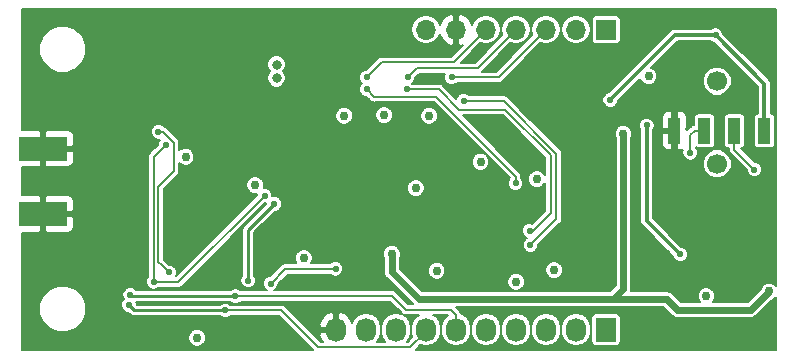
<source format=gbl>
G04 #@! TF.GenerationSoftware,KiCad,Pcbnew,(5.0.0)*
G04 #@! TF.CreationDate,2018-09-16T16:08:26-07:00*
G04 #@! TF.ProjectId,HamShieldMini1.2,48616D536869656C644D696E69312E32,rev?*
G04 #@! TF.SameCoordinates,PX459e440PY8f0d180*
G04 #@! TF.FileFunction,Copper,L4,Bot,Signal*
G04 #@! TF.FilePolarity,Positive*
%FSLAX46Y46*%
G04 Gerber Fmt 4.6, Leading zero omitted, Abs format (unit mm)*
G04 Created by KiCad (PCBNEW (5.0.0)) date 09/16/18 16:08:26*
%MOMM*%
%LPD*%
G01*
G04 APERTURE LIST*
G04 #@! TA.AperFunction,ViaPad*
%ADD10C,0.838200*%
G04 #@! TD*
G04 #@! TA.AperFunction,ComponentPad*
%ADD11C,1.700000*%
G04 #@! TD*
G04 #@! TA.AperFunction,ComponentPad*
%ADD12R,1.727200X2.032000*%
G04 #@! TD*
G04 #@! TA.AperFunction,ComponentPad*
%ADD13O,1.727200X2.032000*%
G04 #@! TD*
G04 #@! TA.AperFunction,SMDPad,CuDef*
%ADD14R,4.064000X2.000000*%
G04 #@! TD*
G04 #@! TA.AperFunction,ComponentPad*
%ADD15R,1.700000X1.700000*%
G04 #@! TD*
G04 #@! TA.AperFunction,ComponentPad*
%ADD16O,1.700000X1.700000*%
G04 #@! TD*
G04 #@! TA.AperFunction,SMDPad,CuDef*
%ADD17R,1.020000X2.170000*%
G04 #@! TD*
G04 #@! TA.AperFunction,ViaPad*
%ADD18C,0.558800*%
G04 #@! TD*
G04 #@! TA.AperFunction,ViaPad*
%ADD19C,0.750000*%
G04 #@! TD*
G04 #@! TA.AperFunction,Conductor*
%ADD20C,0.203200*%
G04 #@! TD*
G04 #@! TA.AperFunction,Conductor*
%ADD21C,0.599440*%
G04 #@! TD*
G04 #@! TA.AperFunction,Conductor*
%ADD22C,0.200660*%
G04 #@! TD*
G04 #@! TA.AperFunction,Conductor*
%ADD23C,0.226060*%
G04 #@! TD*
G04 #@! TA.AperFunction,Conductor*
%ADD24C,0.330000*%
G04 #@! TD*
G04 #@! TA.AperFunction,Conductor*
%ADD25C,0.150000*%
G04 #@! TD*
G04 APERTURE END LIST*
D10*
G04 #@! TO.N,GND*
G04 #@! TO.C,REF\002A\002A*
X13000000Y8700000D03*
G04 #@! TD*
G04 #@! TO.N,GND*
G04 #@! TO.C,REF\002A\002A*
X8200000Y15450000D03*
G04 #@! TD*
G04 #@! TO.N,GND*
G04 #@! TO.C,REF\002A\002A*
X9100000Y22150000D03*
G04 #@! TD*
G04 #@! TO.N,VCC*
G04 #@! TO.C,REF\002A\002A*
X22100000Y23550000D03*
G04 #@! TD*
G04 #@! TO.N,VCC*
G04 #@! TO.C,REF\002A\002A*
X22100000Y24700000D03*
G04 #@! TD*
G04 #@! TO.N,GND*
G04 #@! TO.C,REF\002A\002A*
X18300000Y2700000D03*
G04 #@! TD*
G04 #@! TO.N,GND*
G04 #@! TO.C,REF\002A\002A*
X54700000Y6000000D03*
G04 #@! TD*
G04 #@! TO.N,GND*
G04 #@! TO.C,REF\002A\002A*
X55050000Y8650000D03*
G04 #@! TD*
G04 #@! TO.N,GND*
G04 #@! TO.C,REF\002A\002A*
X49250000Y7750000D03*
G04 #@! TD*
G04 #@! TO.N,GND*
G04 #@! TO.C,REF\002A\002A*
X44500000Y6000000D03*
G04 #@! TD*
G04 #@! TO.N,GND*
G04 #@! TO.C,REF\002A\002A*
X43250000Y15750000D03*
G04 #@! TD*
G04 #@! TO.N,GND*
G04 #@! TO.C,REF\002A\002A*
X57000000Y21750000D03*
G04 #@! TD*
G04 #@! TO.N,GND*
G04 #@! TO.C,REF\002A\002A*
X63750000Y1500000D03*
G04 #@! TD*
G04 #@! TO.N,GND*
G04 #@! TO.C,REF\002A\002A*
X27500000Y28750000D03*
G04 #@! TD*
G04 #@! TO.N,GND*
G04 #@! TO.C,REF\002A\002A*
X32500000Y28750000D03*
G04 #@! TD*
G04 #@! TO.N,GND*
G04 #@! TO.C,REF\002A\002A*
X22450000Y16500000D03*
G04 #@! TD*
G04 #@! TO.N,GND*
G04 #@! TO.C,REF\002A\002A*
X24400000Y20150000D03*
G04 #@! TD*
G04 #@! TO.N,GND*
G04 #@! TO.C,REF\002A\002A*
X28500000Y15250000D03*
G04 #@! TD*
G04 #@! TO.N,GND*
G04 #@! TO.C,REF\002A\002A*
X26000000Y11750000D03*
G04 #@! TD*
G04 #@! TO.N,GND*
G04 #@! TO.C,REF\002A\002A*
X24250000Y10000000D03*
G04 #@! TD*
G04 #@! TO.N,GND*
G04 #@! TO.C,REF\002A\002A*
X21250000Y8000000D03*
G04 #@! TD*
G04 #@! TO.N,GND*
G04 #@! TO.C,REF\002A\002A*
X16750000Y7000000D03*
G04 #@! TD*
G04 #@! TO.N,GND*
G04 #@! TO.C,REF\002A\002A*
X18500000Y8000000D03*
G04 #@! TD*
G04 #@! TO.N,GND*
G04 #@! TO.C,REF\002A\002A*
X20200000Y16400000D03*
G04 #@! TD*
G04 #@! TO.N,GND*
G04 #@! TO.C,REF\002A\002A*
X14900000Y15600000D03*
G04 #@! TD*
G04 #@! TO.N,GND*
G04 #@! TO.C,REF\002A\002A*
X18500000Y14500000D03*
G04 #@! TD*
G04 #@! TO.N,GND*
G04 #@! TO.C,REF\002A\002A*
X21000000Y10500000D03*
G04 #@! TD*
G04 #@! TO.N,GND*
G04 #@! TO.C,REF\002A\002A*
X10000000Y8750000D03*
G04 #@! TD*
G04 #@! TO.N,GND*
G04 #@! TO.C,REF\002A\002A*
X7500000Y9500000D03*
G04 #@! TD*
G04 #@! TO.N,GND*
G04 #@! TO.C,REF\002A\002A*
X6500000Y12750000D03*
G04 #@! TD*
G04 #@! TO.N,GND*
G04 #@! TO.C,REF\002A\002A*
X17000000Y12000000D03*
G04 #@! TD*
G04 #@! TO.N,GND*
G04 #@! TO.C,REF\002A\002A*
X9750000Y12000000D03*
G04 #@! TD*
G04 #@! TO.N,GND*
G04 #@! TO.C,REF\002A\002A*
X14300000Y8500000D03*
G04 #@! TD*
G04 #@! TO.N,GND*
G04 #@! TO.C,REF\002A\002A*
X34000000Y7000000D03*
G04 #@! TD*
G04 #@! TO.N,GND*
G04 #@! TO.C,REF\002A\002A*
X36500000Y6500000D03*
G04 #@! TD*
G04 #@! TO.N,GND*
G04 #@! TO.C,REF\002A\002A*
X33000000Y11000000D03*
G04 #@! TD*
G04 #@! TO.N,GND*
G04 #@! TO.C,REF\002A\002A*
X39500000Y20000000D03*
G04 #@! TD*
G04 #@! TO.N,GND*
G04 #@! TO.C,REF\002A\002A*
X48000000Y19500000D03*
G04 #@! TD*
G04 #@! TO.N,GND*
G04 #@! TO.C,REF\002A\002A*
X48500000Y24000000D03*
G04 #@! TD*
G04 #@! TO.N,GND*
G04 #@! TO.C,REF\002A\002A*
X42000000Y22500000D03*
G04 #@! TD*
G04 #@! TO.N,GND*
G04 #@! TO.C,REF\002A\002A*
X39500000Y22500000D03*
G04 #@! TD*
G04 #@! TO.N,GND*
G04 #@! TO.C,REF\002A\002A*
X15000000Y12300000D03*
G04 #@! TD*
G04 #@! TO.N,GND*
G04 #@! TO.C,REF\002A\002A*
X18700000Y17500000D03*
G04 #@! TD*
G04 #@! TO.N,GND*
G04 #@! TO.C,REF\002A\002A*
X15000000Y18100000D03*
G04 #@! TD*
G04 #@! TO.N,GND*
G04 #@! TO.C,REF\002A\002A*
X12500000Y21000000D03*
G04 #@! TD*
G04 #@! TO.N,GND*
G04 #@! TO.C,REF\002A\002A*
X14500000Y21000000D03*
G04 #@! TD*
G04 #@! TO.N,GND*
G04 #@! TO.C,REF\002A\002A*
X13700000Y19400000D03*
G04 #@! TD*
G04 #@! TO.N,GND*
G04 #@! TO.C,REF\002A\002A*
X12000000Y24500000D03*
G04 #@! TD*
G04 #@! TO.N,GND*
G04 #@! TO.C,REF\002A\002A*
X10000000Y24500000D03*
G04 #@! TD*
G04 #@! TO.N,GND*
G04 #@! TO.C,REF\002A\002A*
X15000000Y24500000D03*
G04 #@! TD*
G04 #@! TO.N,GND*
G04 #@! TO.C,REF\002A\002A*
X17550000Y22250000D03*
G04 #@! TD*
G04 #@! TO.N,GND*
G04 #@! TO.C,REF\002A\002A*
X19500000Y23500000D03*
G04 #@! TD*
G04 #@! TO.N,GND*
G04 #@! TO.C,REF\002A\002A*
X20500000Y21000000D03*
G04 #@! TD*
G04 #@! TO.N,GND*
G04 #@! TO.C,REF\002A\002A*
X26000000Y22000000D03*
G04 #@! TD*
G04 #@! TO.N,GND*
G04 #@! TO.C,REF\002A\002A*
X23000000Y21000000D03*
G04 #@! TD*
G04 #@! TO.N,GND*
G04 #@! TO.C,REF\002A\002A*
X23450000Y23350000D03*
G04 #@! TD*
G04 #@! TO.N,GND*
G04 #@! TO.C,REF\002A\002A*
X25500000Y18500000D03*
G04 #@! TD*
G04 #@! TO.N,GND*
G04 #@! TO.C,REF\002A\002A*
X32000000Y19000000D03*
G04 #@! TD*
G04 #@! TO.N,GND*
G04 #@! TO.C,REF\002A\002A*
X29500000Y19000000D03*
G04 #@! TD*
G04 #@! TO.N,GND*
G04 #@! TO.C,REF\002A\002A*
X30000000Y16000000D03*
G04 #@! TD*
G04 #@! TO.N,GND*
G04 #@! TO.C,REF\002A\002A*
X31500000Y16000000D03*
G04 #@! TD*
G04 #@! TO.N,GND*
G04 #@! TO.C,REF\002A\002A*
X35500000Y17000000D03*
G04 #@! TD*
G04 #@! TO.N,GND*
G04 #@! TO.C,REF\002A\002A*
X35000000Y19000000D03*
G04 #@! TD*
G04 #@! TO.N,GND*
G04 #@! TO.C,REF\002A\002A*
X37500000Y18500000D03*
G04 #@! TD*
G04 #@! TO.N,GND*
G04 #@! TO.C,REF\002A\002A*
X37500000Y15500000D03*
G04 #@! TD*
G04 #@! TO.N,GND*
G04 #@! TO.C,REF\002A\002A*
X47500000Y14500000D03*
G04 #@! TD*
G04 #@! TO.N,GND*
G04 #@! TO.C,REF\002A\002A*
X47500000Y6500000D03*
G04 #@! TD*
G04 #@! TO.N,GND*
G04 #@! TO.C,REF\002A\002A*
X49500000Y10500000D03*
G04 #@! TD*
G04 #@! TO.N,GND*
G04 #@! TO.C,REF\002A\002A*
X59500000Y14000000D03*
G04 #@! TD*
G04 #@! TO.N,GND*
G04 #@! TO.C,REF\002A\002A*
X54500000Y2500000D03*
G04 #@! TD*
G04 #@! TO.N,GND*
G04 #@! TO.C,REF\002A\002A*
X62000000Y27500000D03*
G04 #@! TD*
G04 #@! TO.N,GND*
G04 #@! TO.C,REF\002A\002A*
X4500000Y10000000D03*
G04 #@! TD*
G04 #@! TO.N,GND*
G04 #@! TO.C,REF\002A\002A*
X4500000Y20000000D03*
G04 #@! TD*
G04 #@! TO.N,GND*
G04 #@! TO.C,REF\002A\002A*
X17000000Y27500000D03*
G04 #@! TD*
G04 #@! TO.N,GND*
G04 #@! TO.C,REF\002A\002A*
X12000000Y27500000D03*
G04 #@! TD*
G04 #@! TO.N,GND*
G04 #@! TO.C,REF\002A\002A*
X7000000Y22500000D03*
G04 #@! TD*
G04 #@! TO.N,GND*
G04 #@! TO.C,REF\002A\002A*
X7000000Y7500000D03*
G04 #@! TD*
G04 #@! TO.N,GND*
G04 #@! TO.C,REF\002A\002A*
X53100000Y28300000D03*
G04 #@! TD*
G04 #@! TO.N,GND*
G04 #@! TO.C,REF\002A\002A*
X52500000Y17400000D03*
G04 #@! TD*
G04 #@! TO.N,GND*
G04 #@! TO.C,REF\002A\002A*
X2000000Y22500000D03*
G04 #@! TD*
G04 #@! TO.N,GND*
G04 #@! TO.C,REF\002A\002A*
X2000000Y7500000D03*
G04 #@! TD*
D11*
G04 #@! TO.P,J2,NC*
G04 #@! TO.N,N/C*
X59400000Y23300000D03*
X59400000Y16300000D03*
G04 #@! TD*
D12*
G04 #@! TO.P,P1,1*
G04 #@! TO.N,VCC*
X50000000Y2250000D03*
D13*
G04 #@! TO.P,P1,2*
G04 #@! TO.N,/GPIO0*
X47460000Y2250000D03*
G04 #@! TO.P,P1,3*
G04 #@! TO.N,/GPIO1*
X44920000Y2250000D03*
G04 #@! TO.P,P1,4*
G04 #@! TO.N,/GPIO2*
X42380000Y2250000D03*
G04 #@! TO.P,P1,5*
G04 #@! TO.N,/GPIO3*
X39840000Y2250000D03*
G04 #@! TO.P,P1,6*
G04 #@! TO.N,/GPIO4*
X37300000Y2250000D03*
G04 #@! TO.P,P1,7*
G04 #@! TO.N,/GPIO5*
X34760000Y2250000D03*
G04 #@! TO.P,P1,8*
G04 #@! TO.N,/GPIO6*
X32220000Y2250000D03*
G04 #@! TO.P,P1,9*
G04 #@! TO.N,/GPIO7*
X29680000Y2250000D03*
G04 #@! TO.P,P1,10*
G04 #@! TO.N,GND*
X27140000Y2250000D03*
G04 #@! TD*
D14*
G04 #@! TO.P,J1,GND*
G04 #@! TO.N,GND*
X2325000Y12063000D03*
X2325000Y17587000D03*
G04 #@! TD*
D15*
G04 #@! TO.P,P2,1*
G04 #@! TO.N,/User Interface/ARD_AUDIO_OUT*
X50000000Y27650000D03*
D16*
G04 #@! TO.P,P2,2*
G04 #@! TO.N,/User Interface/PWM_AUDIO_IN*
X47460000Y27650000D03*
G04 #@! TO.P,P2,3*
G04 #@! TO.N,Net-(P2-Pad3)*
X44920000Y27650000D03*
G04 #@! TO.P,P2,4*
G04 #@! TO.N,Net-(P2-Pad4)*
X42380000Y27650000D03*
G04 #@! TO.P,P2,5*
G04 #@! TO.N,Net-(P2-Pad5)*
X39840000Y27650000D03*
G04 #@! TO.P,P2,6*
G04 #@! TO.N,GND*
X37300000Y27650000D03*
G04 #@! TO.P,P2,7*
G04 #@! TO.N,VIN*
X34760000Y27650000D03*
G04 #@! TD*
D17*
G04 #@! TO.P,JP3,1*
G04 #@! TO.N,Net-(C94-Pad1)*
X63410000Y19100000D03*
G04 #@! TO.P,JP3,2*
G04 #@! TO.N,Net-(C93-Pad2)*
X60870000Y19100000D03*
G04 #@! TO.P,JP3,3*
G04 #@! TO.N,Net-(J2-Pad2)*
X58330000Y19100000D03*
G04 #@! TO.P,JP3,4*
G04 #@! TO.N,GND*
X55790000Y19100000D03*
G04 #@! TD*
D10*
G04 #@! TO.N,GND*
G04 #@! TO.C,REF\002A\002A*
X23500000Y6200000D03*
G04 #@! TD*
D18*
G04 #@! TO.N,GND*
X24500000Y14250000D03*
X26600000Y15700000D03*
X10125000Y17250000D03*
X40440000Y11050000D03*
X40430000Y12540000D03*
X38920000Y12440000D03*
X38920000Y10990000D03*
D19*
G04 #@! TO.N,VCC*
X35650000Y7250000D03*
X15375000Y1575000D03*
X35025000Y20375000D03*
X31225000Y20425000D03*
X27825000Y20375000D03*
X44150000Y15000000D03*
X33900000Y14250000D03*
X39370000Y16470000D03*
X53600000Y23700000D03*
X58500000Y5100000D03*
X42400000Y6300000D03*
X45600000Y7300000D03*
X20300000Y14500000D03*
X14400000Y16900000D03*
G04 #@! TO.N,VTX*
X31850000Y8675000D03*
X51475000Y18825000D03*
X63825000Y5500000D03*
D18*
G04 #@! TO.N,Net-(C93-Pad2)*
X62550000Y15800000D03*
G04 #@! TO.N,Net-(J2-Pad2)*
X57125000Y17225000D03*
G04 #@! TO.N,Net-(D1-Pad4)*
X21600000Y6150000D03*
X27100000Y7400000D03*
G04 #@! TO.N,/GPIO4*
X18625000Y5100000D03*
X9700000Y5200000D03*
X19700000Y6400000D03*
X21900000Y12900000D03*
G04 #@! TO.N,/GPIO5*
X17750000Y3900000D03*
X9600000Y4350000D03*
G04 #@! TO.N,/nSEN*
X42350000Y14650000D03*
X29725000Y22625000D03*
G04 #@! TO.N,/SDIO*
X33125000Y22600000D03*
X43550000Y10625000D03*
G04 #@! TO.N,/SCLK*
X37950000Y21625000D03*
X43600000Y9425000D03*
G04 #@! TO.N,/Y1*
X13000000Y7100000D03*
X12100000Y19000000D03*
G04 #@! TO.N,Net-(P2-Pad3)*
X36925000Y23625000D03*
G04 #@! TO.N,Net-(P2-Pad4)*
X33200000Y23625000D03*
G04 #@! TO.N,Net-(P2-Pad5)*
X29725000Y23625000D03*
D19*
G04 #@! TO.N,VIN*
X24400000Y8300000D03*
D18*
G04 #@! TO.N,Net-(C42-Pad2)*
X53450000Y19550000D03*
X56275000Y8625000D03*
G04 #@! TO.N,Net-(C94-Pad1)*
X50350000Y21700000D03*
X59275000Y27200000D03*
G04 #@! TO.N,/RF Front End/V1xorV2*
X21100000Y13600000D03*
X11700000Y6300000D03*
X12700000Y17900000D03*
G04 #@! TD*
D20*
G04 #@! TO.N,GND*
X25400000Y14500000D02*
X24900000Y14500000D01*
D21*
G04 #@! TO.N,VTX*
X35675000Y4850000D02*
X34150000Y4850000D01*
X50600000Y4850000D02*
X35675000Y4850000D01*
X31850000Y7150000D02*
X31850000Y8675000D01*
X34150000Y4850000D02*
X31850000Y7150000D01*
X51475000Y5725000D02*
X50600000Y4850000D01*
X51475000Y18825000D02*
X51475000Y5725000D01*
X50600000Y4850000D02*
X55125000Y4850000D01*
X55125000Y4850000D02*
X56025000Y3950000D01*
X56025000Y3950000D02*
X62275000Y3950000D01*
X62275000Y3950000D02*
X63825000Y5500000D01*
D20*
G04 #@! TO.N,Net-(C93-Pad2)*
X60870000Y19100000D02*
X60870000Y17480000D01*
X60870000Y17480000D02*
X62550000Y15800000D01*
G04 #@! TO.N,Net-(J2-Pad2)*
X57500000Y19100000D02*
X58330000Y19100000D01*
X57125000Y18725000D02*
X57500000Y19100000D01*
X57125000Y17225000D02*
X57125000Y18725000D01*
D22*
G04 #@! TO.N,Net-(D1-Pad4)*
X22850000Y7400000D02*
X21600000Y6150000D01*
X27100000Y7400000D02*
X22850000Y7400000D01*
D20*
G04 #@! TO.N,/GPIO4*
X18625000Y5100000D02*
X31910000Y5100000D01*
X37300000Y3492060D02*
X36842060Y3950000D01*
X37300000Y2250000D02*
X37300000Y3492060D01*
X33060000Y3950000D02*
X31910000Y5100000D01*
X36842060Y3950000D02*
X33060000Y3950000D01*
D23*
X18625000Y5100000D02*
X9800000Y5100000D01*
X9800000Y5100000D02*
X9700000Y5200000D01*
X19700000Y6400000D02*
X19700000Y10700000D01*
X19700000Y10700000D02*
X21900000Y12900000D01*
D20*
G04 #@! TO.N,/GPIO5*
X17750000Y3900000D02*
X22500000Y3900000D01*
X22500000Y3900000D02*
X25650000Y750000D01*
X33412400Y750000D02*
X33000000Y750000D01*
X34760000Y2097600D02*
X33412400Y750000D01*
D23*
X34760000Y2250000D02*
X34760000Y2097600D01*
D20*
X25650000Y750000D02*
X33000000Y750000D01*
D23*
X10050000Y3900000D02*
X17750000Y3900000D01*
X9600000Y4350000D02*
X10050000Y3900000D01*
D20*
G04 #@! TO.N,/nSEN*
X42350000Y15225000D02*
X42350000Y14650000D01*
X35600000Y21975000D02*
X42350000Y15225000D01*
X30375000Y21975000D02*
X35600000Y21975000D01*
X29725000Y22625000D02*
X30375000Y21975000D01*
G04 #@! TO.N,/SDIO*
X44000000Y10800000D02*
X43825000Y10625000D01*
X33125000Y22600000D02*
X35825000Y22600000D01*
X35825000Y22600000D02*
X37550000Y20875000D01*
X37550000Y20875000D02*
X41450000Y20875000D01*
X41450000Y20875000D02*
X45300000Y17025000D01*
X45300000Y17025000D02*
X45300000Y12100000D01*
X45300000Y12100000D02*
X44000000Y10800000D01*
X43825000Y10625000D02*
X43550000Y10625000D01*
G04 #@! TO.N,/SCLK*
X37950000Y21625000D02*
X41325000Y21625000D01*
X41325000Y21625000D02*
X45800000Y17150000D01*
X45800000Y17150000D02*
X45800000Y11625000D01*
X45800000Y11625000D02*
X43600000Y9425000D01*
D22*
G04 #@! TO.N,/Y1*
X12495131Y19000000D02*
X13400000Y18095131D01*
X12100000Y19000000D02*
X12495131Y19000000D01*
X12400000Y7700000D02*
X13000000Y7100000D01*
X13400000Y18095131D02*
X13400000Y15665736D01*
X13400000Y15665736D02*
X12101330Y14367066D01*
X12101330Y14367066D02*
X12101330Y7998670D01*
X12101330Y7998670D02*
X12400000Y7700000D01*
D20*
G04 #@! TO.N,Net-(P2-Pad3)*
X40895000Y23625000D02*
X44920000Y27650000D01*
X36925000Y23625000D02*
X40895000Y23625000D01*
G04 #@! TO.N,Net-(P2-Pad4)*
X39130000Y24400000D02*
X42380000Y27650000D01*
X33975000Y24400000D02*
X39130000Y24400000D01*
X33200000Y23625000D02*
X33975000Y24400000D01*
G04 #@! TO.N,Net-(P2-Pad5)*
X37090000Y24900000D02*
X39840000Y27650000D01*
X31000000Y24900000D02*
X37090000Y24900000D01*
X29725000Y23625000D02*
X31000000Y24900000D01*
D24*
G04 #@! TO.N,Net-(C42-Pad2)*
X53450000Y11450000D02*
X53450000Y19550000D01*
X56275000Y8625000D02*
X53450000Y11450000D01*
G04 #@! TO.N,Net-(C94-Pad1)*
X55850000Y27200000D02*
X59275000Y27200000D01*
X50350000Y21700000D02*
X55850000Y27200000D01*
X63410000Y23065000D02*
X63410000Y19100000D01*
X59275000Y27200000D02*
X63410000Y23065000D01*
D22*
G04 #@! TO.N,/RF Front End/V1xorV2*
X21100000Y13600000D02*
X13800000Y6300000D01*
X13800000Y6300000D02*
X11700000Y6300000D01*
X11700000Y6300000D02*
X11700000Y16900000D01*
X11700000Y16900000D02*
X12700000Y17900000D01*
G04 #@! TD*
D25*
G04 #@! TO.N,GND*
G36*
X64425000Y5960660D02*
X64249841Y6135819D01*
X63974184Y6250000D01*
X63675816Y6250000D01*
X63400159Y6135819D01*
X63189181Y5924841D01*
X63113901Y5743100D01*
X61995522Y4624720D01*
X59085380Y4624720D01*
X59135819Y4675159D01*
X59250000Y4950816D01*
X59250000Y5249184D01*
X59135819Y5524841D01*
X58924841Y5735819D01*
X58649184Y5850000D01*
X58350816Y5850000D01*
X58075159Y5735819D01*
X57864181Y5524841D01*
X57750000Y5249184D01*
X57750000Y4950816D01*
X57864181Y4675159D01*
X57914620Y4624720D01*
X56304478Y4624720D01*
X55649089Y5280109D01*
X55611446Y5336446D01*
X55388262Y5485572D01*
X55191451Y5524720D01*
X55191450Y5524720D01*
X55125000Y5537938D01*
X55058550Y5524720D01*
X52123100Y5524720D01*
X52149720Y5658549D01*
X52149720Y5658550D01*
X52162938Y5725000D01*
X52149720Y5791450D01*
X52149720Y18494074D01*
X52225000Y18675816D01*
X52225000Y18974184D01*
X52110819Y19249841D01*
X51899841Y19460819D01*
X51624184Y19575000D01*
X51325816Y19575000D01*
X51050159Y19460819D01*
X50839181Y19249841D01*
X50725000Y18974184D01*
X50725000Y18675816D01*
X50800280Y18494074D01*
X50800281Y6004480D01*
X50320522Y5524720D01*
X34429478Y5524720D01*
X33505014Y6449184D01*
X41650000Y6449184D01*
X41650000Y6150816D01*
X41764181Y5875159D01*
X41975159Y5664181D01*
X42250816Y5550000D01*
X42549184Y5550000D01*
X42824841Y5664181D01*
X43035819Y5875159D01*
X43150000Y6150816D01*
X43150000Y6449184D01*
X43035819Y6724841D01*
X42824841Y6935819D01*
X42549184Y7050000D01*
X42250816Y7050000D01*
X41975159Y6935819D01*
X41764181Y6724841D01*
X41650000Y6449184D01*
X33505014Y6449184D01*
X32555014Y7399184D01*
X34900000Y7399184D01*
X34900000Y7100816D01*
X35014181Y6825159D01*
X35225159Y6614181D01*
X35500816Y6500000D01*
X35799184Y6500000D01*
X36074841Y6614181D01*
X36285819Y6825159D01*
X36400000Y7100816D01*
X36400000Y7399184D01*
X36379290Y7449184D01*
X44850000Y7449184D01*
X44850000Y7150816D01*
X44964181Y6875159D01*
X45175159Y6664181D01*
X45450816Y6550000D01*
X45749184Y6550000D01*
X46024841Y6664181D01*
X46235819Y6875159D01*
X46350000Y7150816D01*
X46350000Y7449184D01*
X46235819Y7724841D01*
X46024841Y7935819D01*
X45749184Y8050000D01*
X45450816Y8050000D01*
X45175159Y7935819D01*
X44964181Y7724841D01*
X44850000Y7449184D01*
X36379290Y7449184D01*
X36285819Y7674841D01*
X36074841Y7885819D01*
X35799184Y8000000D01*
X35500816Y8000000D01*
X35225159Y7885819D01*
X35014181Y7674841D01*
X34900000Y7399184D01*
X32555014Y7399184D01*
X32524720Y7429478D01*
X32524720Y8344074D01*
X32600000Y8525816D01*
X32600000Y8824184D01*
X32485819Y9099841D01*
X32274841Y9310819D01*
X31999184Y9425000D01*
X31700816Y9425000D01*
X31425159Y9310819D01*
X31214181Y9099841D01*
X31100000Y8824184D01*
X31100000Y8525816D01*
X31175281Y8344072D01*
X31175280Y7216451D01*
X31162062Y7150000D01*
X31175280Y7083550D01*
X31214428Y6886739D01*
X31363554Y6663555D01*
X31419889Y6625913D01*
X33619202Y4426600D01*
X33257414Y4426600D01*
X32280200Y5403813D01*
X32253609Y5443609D01*
X32095960Y5548947D01*
X31956940Y5576600D01*
X31956936Y5576600D01*
X31910000Y5585936D01*
X31863064Y5576600D01*
X21925719Y5576600D01*
X21970688Y5595227D01*
X22154773Y5779312D01*
X22254400Y6019832D01*
X22254400Y6132183D01*
X23046888Y6924670D01*
X26649869Y6924670D01*
X26729312Y6845227D01*
X26969832Y6745600D01*
X27230168Y6745600D01*
X27470688Y6845227D01*
X27654773Y7029312D01*
X27754400Y7269832D01*
X27754400Y7530168D01*
X27654773Y7770688D01*
X27470688Y7954773D01*
X27230168Y8054400D01*
X26969832Y8054400D01*
X26729312Y7954773D01*
X26649869Y7875330D01*
X25035890Y7875330D01*
X25150000Y8150816D01*
X25150000Y8449184D01*
X25035819Y8724841D01*
X24824841Y8935819D01*
X24549184Y9050000D01*
X24250816Y9050000D01*
X23975159Y8935819D01*
X23764181Y8724841D01*
X23650000Y8449184D01*
X23650000Y8150816D01*
X23764110Y7875330D01*
X22896813Y7875330D01*
X22850000Y7884642D01*
X22803186Y7875330D01*
X22803185Y7875330D01*
X22664536Y7847751D01*
X22507306Y7742694D01*
X22480786Y7703004D01*
X21582183Y6804400D01*
X21469832Y6804400D01*
X21229312Y6704773D01*
X21045227Y6520688D01*
X20945600Y6280168D01*
X20945600Y6019832D01*
X21045227Y5779312D01*
X21229312Y5595227D01*
X21274281Y5576600D01*
X19073861Y5576600D01*
X18995688Y5654773D01*
X18755168Y5754400D01*
X18494832Y5754400D01*
X18254312Y5654773D01*
X18187569Y5588030D01*
X10237431Y5588030D01*
X10070688Y5754773D01*
X9830168Y5854400D01*
X9569832Y5854400D01*
X9329312Y5754773D01*
X9145227Y5570688D01*
X9045600Y5330168D01*
X9045600Y5069832D01*
X9145227Y4829312D01*
X9149539Y4825000D01*
X9045227Y4720688D01*
X8945600Y4480168D01*
X8945600Y4219832D01*
X9045227Y3979312D01*
X9229312Y3795227D01*
X9469832Y3695600D01*
X9564221Y3695600D01*
X9670923Y3588898D01*
X9698150Y3548150D01*
X9859580Y3440286D01*
X10001934Y3411970D01*
X10001937Y3411970D01*
X10049999Y3402410D01*
X10098061Y3411970D01*
X17312569Y3411970D01*
X17379312Y3345227D01*
X17619832Y3245600D01*
X17880168Y3245600D01*
X18120688Y3345227D01*
X18198861Y3423400D01*
X22302587Y3423400D01*
X25150986Y575000D01*
X575000Y575000D01*
X575000Y1724184D01*
X14625000Y1724184D01*
X14625000Y1425816D01*
X14739181Y1150159D01*
X14950159Y939181D01*
X15225816Y825000D01*
X15524184Y825000D01*
X15799841Y939181D01*
X16010819Y1150159D01*
X16125000Y1425816D01*
X16125000Y1724184D01*
X16010819Y1999841D01*
X15799841Y2210819D01*
X15524184Y2325000D01*
X15225816Y2325000D01*
X14950159Y2210819D01*
X14739181Y1999841D01*
X14625000Y1724184D01*
X575000Y1724184D01*
X575000Y4392852D01*
X2025000Y4392852D01*
X2025000Y3607148D01*
X2325675Y2881252D01*
X2881252Y2325675D01*
X3607148Y2025000D01*
X4392852Y2025000D01*
X5118748Y2325675D01*
X5674325Y2881252D01*
X5975000Y3607148D01*
X5975000Y4392852D01*
X5674325Y5118748D01*
X5118748Y5674325D01*
X4392852Y5975000D01*
X3607148Y5975000D01*
X2881252Y5674325D01*
X2325675Y5118748D01*
X2025000Y4392852D01*
X575000Y4392852D01*
X575000Y6430168D01*
X11045600Y6430168D01*
X11045600Y6169832D01*
X11145227Y5929312D01*
X11329312Y5745227D01*
X11569832Y5645600D01*
X11830168Y5645600D01*
X12070688Y5745227D01*
X12150131Y5824670D01*
X13753187Y5824670D01*
X13800000Y5815358D01*
X13846813Y5824670D01*
X13846815Y5824670D01*
X13985464Y5852249D01*
X14142694Y5957306D01*
X14169215Y5996998D01*
X21117818Y12945600D01*
X21230168Y12945600D01*
X21245600Y12951992D01*
X21245600Y12935779D01*
X19388899Y11079077D01*
X19348151Y11051850D01*
X19320924Y11011102D01*
X19320923Y11011101D01*
X19240286Y10890419D01*
X19202409Y10700000D01*
X19211971Y10651929D01*
X19211970Y6837431D01*
X19145227Y6770688D01*
X19045600Y6530168D01*
X19045600Y6269832D01*
X19145227Y6029312D01*
X19329312Y5845227D01*
X19569832Y5745600D01*
X19830168Y5745600D01*
X20070688Y5845227D01*
X20254773Y6029312D01*
X20354400Y6269832D01*
X20354400Y6530168D01*
X20254773Y6770688D01*
X20188030Y6837431D01*
X20188030Y10497852D01*
X21935779Y12245600D01*
X22030168Y12245600D01*
X22270688Y12345227D01*
X22454773Y12529312D01*
X22554400Y12769832D01*
X22554400Y13030168D01*
X22454773Y13270688D01*
X22270688Y13454773D01*
X22030168Y13554400D01*
X21769832Y13554400D01*
X21754400Y13548008D01*
X21754400Y13730168D01*
X21654773Y13970688D01*
X21470688Y14154773D01*
X21230168Y14254400D01*
X21010063Y14254400D01*
X21050000Y14350816D01*
X21050000Y14399184D01*
X33150000Y14399184D01*
X33150000Y14100816D01*
X33264181Y13825159D01*
X33475159Y13614181D01*
X33750816Y13500000D01*
X34049184Y13500000D01*
X34324841Y13614181D01*
X34535819Y13825159D01*
X34650000Y14100816D01*
X34650000Y14399184D01*
X34535819Y14674841D01*
X34324841Y14885819D01*
X34049184Y15000000D01*
X33750816Y15000000D01*
X33475159Y14885819D01*
X33264181Y14674841D01*
X33150000Y14399184D01*
X21050000Y14399184D01*
X21050000Y14649184D01*
X20935819Y14924841D01*
X20724841Y15135819D01*
X20449184Y15250000D01*
X20150816Y15250000D01*
X19875159Y15135819D01*
X19664181Y14924841D01*
X19550000Y14649184D01*
X19550000Y14350816D01*
X19664181Y14075159D01*
X19875159Y13864181D01*
X20150816Y13750000D01*
X20449184Y13750000D01*
X20454774Y13752315D01*
X20445600Y13730168D01*
X20445600Y13617818D01*
X13603113Y6775330D01*
X13573834Y6775330D01*
X13654400Y6969832D01*
X13654400Y7230168D01*
X13554773Y7470688D01*
X13370688Y7654773D01*
X13130168Y7754400D01*
X13017817Y7754400D01*
X12576660Y8195557D01*
X12576660Y14170179D01*
X13703004Y15296522D01*
X13742694Y15323042D01*
X13847751Y15480272D01*
X13875330Y15618921D01*
X13875330Y15618922D01*
X13884642Y15665736D01*
X13875330Y15712550D01*
X13875330Y16364010D01*
X13975159Y16264181D01*
X14250816Y16150000D01*
X14549184Y16150000D01*
X14824841Y16264181D01*
X15035819Y16475159D01*
X15095476Y16619184D01*
X38620000Y16619184D01*
X38620000Y16320816D01*
X38734181Y16045159D01*
X38945159Y15834181D01*
X39220816Y15720000D01*
X39519184Y15720000D01*
X39794841Y15834181D01*
X40005819Y16045159D01*
X40120000Y16320816D01*
X40120000Y16619184D01*
X40005819Y16894841D01*
X39794841Y17105819D01*
X39519184Y17220000D01*
X39220816Y17220000D01*
X38945159Y17105819D01*
X38734181Y16894841D01*
X38620000Y16619184D01*
X15095476Y16619184D01*
X15150000Y16750816D01*
X15150000Y17049184D01*
X15035819Y17324841D01*
X14824841Y17535819D01*
X14549184Y17650000D01*
X14250816Y17650000D01*
X13975159Y17535819D01*
X13875330Y17435990D01*
X13875330Y18048318D01*
X13884642Y18095132D01*
X13865934Y18189181D01*
X13847751Y18280595D01*
X13742694Y18437825D01*
X13703005Y18464344D01*
X12864346Y19303002D01*
X12837825Y19342694D01*
X12680595Y19447751D01*
X12552163Y19473298D01*
X12470688Y19554773D01*
X12230168Y19654400D01*
X11969832Y19654400D01*
X11729312Y19554773D01*
X11545227Y19370688D01*
X11445600Y19130168D01*
X11445600Y18869832D01*
X11545227Y18629312D01*
X11729312Y18445227D01*
X11969832Y18345600D01*
X12220139Y18345600D01*
X12145227Y18270688D01*
X12045600Y18030168D01*
X12045600Y17917818D01*
X11396996Y17269213D01*
X11357307Y17242694D01*
X11295371Y17150000D01*
X11252250Y17085464D01*
X11215358Y16900000D01*
X11224671Y16853182D01*
X11224670Y6750131D01*
X11145227Y6670688D01*
X11045600Y6430168D01*
X575000Y6430168D01*
X575000Y10480000D01*
X2000250Y10480000D01*
X2146000Y10625750D01*
X2146000Y11884000D01*
X2504000Y11884000D01*
X2504000Y10625750D01*
X2649750Y10480000D01*
X4472966Y10480000D01*
X4687243Y10568756D01*
X4851244Y10732757D01*
X4940000Y10947034D01*
X4940000Y11738250D01*
X4794250Y11884000D01*
X2504000Y11884000D01*
X2146000Y11884000D01*
X2126000Y11884000D01*
X2126000Y12242000D01*
X2146000Y12242000D01*
X2146000Y13500250D01*
X2504000Y13500250D01*
X2504000Y12242000D01*
X4794250Y12242000D01*
X4940000Y12387750D01*
X4940000Y13178966D01*
X4851244Y13393243D01*
X4687243Y13557244D01*
X4472966Y13646000D01*
X2649750Y13646000D01*
X2504000Y13500250D01*
X2146000Y13500250D01*
X2000250Y13646000D01*
X575000Y13646000D01*
X575000Y16004000D01*
X2000250Y16004000D01*
X2146000Y16149750D01*
X2146000Y17408000D01*
X2504000Y17408000D01*
X2504000Y16149750D01*
X2649750Y16004000D01*
X4472966Y16004000D01*
X4687243Y16092756D01*
X4851244Y16256757D01*
X4940000Y16471034D01*
X4940000Y17262250D01*
X4794250Y17408000D01*
X2504000Y17408000D01*
X2146000Y17408000D01*
X2126000Y17408000D01*
X2126000Y17766000D01*
X2146000Y17766000D01*
X2146000Y19024250D01*
X2504000Y19024250D01*
X2504000Y17766000D01*
X4794250Y17766000D01*
X4940000Y17911750D01*
X4940000Y18702966D01*
X4851244Y18917243D01*
X4687243Y19081244D01*
X4472966Y19170000D01*
X2649750Y19170000D01*
X2504000Y19024250D01*
X2146000Y19024250D01*
X2000250Y19170000D01*
X575000Y19170000D01*
X575000Y20524184D01*
X27075000Y20524184D01*
X27075000Y20225816D01*
X27189181Y19950159D01*
X27400159Y19739181D01*
X27675816Y19625000D01*
X27974184Y19625000D01*
X28249841Y19739181D01*
X28460819Y19950159D01*
X28575000Y20225816D01*
X28575000Y20524184D01*
X28554290Y20574184D01*
X30475000Y20574184D01*
X30475000Y20275816D01*
X30589181Y20000159D01*
X30800159Y19789181D01*
X31075816Y19675000D01*
X31374184Y19675000D01*
X31649841Y19789181D01*
X31860819Y20000159D01*
X31975000Y20275816D01*
X31975000Y20524184D01*
X34275000Y20524184D01*
X34275000Y20225816D01*
X34389181Y19950159D01*
X34600159Y19739181D01*
X34875816Y19625000D01*
X35174184Y19625000D01*
X35449841Y19739181D01*
X35660819Y19950159D01*
X35775000Y20225816D01*
X35775000Y20524184D01*
X35660819Y20799841D01*
X35449841Y21010819D01*
X35174184Y21125000D01*
X34875816Y21125000D01*
X34600159Y21010819D01*
X34389181Y20799841D01*
X34275000Y20524184D01*
X31975000Y20524184D01*
X31975000Y20574184D01*
X31860819Y20849841D01*
X31649841Y21060819D01*
X31374184Y21175000D01*
X31075816Y21175000D01*
X30800159Y21060819D01*
X30589181Y20849841D01*
X30475000Y20574184D01*
X28554290Y20574184D01*
X28460819Y20799841D01*
X28249841Y21010819D01*
X27974184Y21125000D01*
X27675816Y21125000D01*
X27400159Y21010819D01*
X27189181Y20799841D01*
X27075000Y20524184D01*
X575000Y20524184D01*
X575000Y26392852D01*
X2025000Y26392852D01*
X2025000Y25607148D01*
X2325675Y24881252D01*
X2881252Y24325675D01*
X3607148Y24025000D01*
X4392852Y24025000D01*
X5118748Y24325675D01*
X5651029Y24857956D01*
X21305900Y24857956D01*
X21305900Y24542044D01*
X21426795Y24250179D01*
X21551974Y24125000D01*
X21426795Y23999821D01*
X21305900Y23707956D01*
X21305900Y23392044D01*
X21426795Y23100179D01*
X21650179Y22876795D01*
X21942044Y22755900D01*
X22257956Y22755900D01*
X22549821Y22876795D01*
X22773205Y23100179D01*
X22894100Y23392044D01*
X22894100Y23707956D01*
X22874545Y23755168D01*
X29070600Y23755168D01*
X29070600Y23494832D01*
X29170227Y23254312D01*
X29299539Y23125000D01*
X29170227Y22995688D01*
X29070600Y22755168D01*
X29070600Y22494832D01*
X29170227Y22254312D01*
X29354312Y22070227D01*
X29594832Y21970600D01*
X29705387Y21970600D01*
X30004801Y21671185D01*
X30031391Y21631391D01*
X30189040Y21526053D01*
X30328060Y21498400D01*
X30328064Y21498400D01*
X30375000Y21489064D01*
X30421936Y21498400D01*
X35402587Y21498400D01*
X41837762Y15063223D01*
X41795227Y15020688D01*
X41695600Y14780168D01*
X41695600Y14519832D01*
X41795227Y14279312D01*
X41979312Y14095227D01*
X42219832Y13995600D01*
X42480168Y13995600D01*
X42720688Y14095227D01*
X42904773Y14279312D01*
X43004400Y14519832D01*
X43004400Y14780168D01*
X42904773Y15020688D01*
X42826600Y15098861D01*
X42826600Y15178064D01*
X42835936Y15225000D01*
X42826600Y15271936D01*
X42826600Y15271940D01*
X42798947Y15410960D01*
X42752635Y15480271D01*
X42720199Y15528816D01*
X42720196Y15528819D01*
X42693609Y15568609D01*
X42653820Y15595195D01*
X37850614Y20398400D01*
X41252587Y20398400D01*
X44823400Y16827586D01*
X44823400Y15334112D01*
X44785819Y15424841D01*
X44574841Y15635819D01*
X44299184Y15750000D01*
X44000816Y15750000D01*
X43725159Y15635819D01*
X43514181Y15424841D01*
X43400000Y15149184D01*
X43400000Y14850816D01*
X43514181Y14575159D01*
X43725159Y14364181D01*
X44000816Y14250000D01*
X44299184Y14250000D01*
X44574841Y14364181D01*
X44785819Y14575159D01*
X44823400Y14665889D01*
X44823401Y12297415D01*
X43768711Y11242724D01*
X43680168Y11279400D01*
X43419832Y11279400D01*
X43179312Y11179773D01*
X42995227Y10995688D01*
X42895600Y10755168D01*
X42895600Y10494832D01*
X42995227Y10254312D01*
X43179312Y10070227D01*
X43313499Y10014645D01*
X43229312Y9979773D01*
X43045227Y9795688D01*
X42945600Y9555168D01*
X42945600Y9294832D01*
X43045227Y9054312D01*
X43229312Y8870227D01*
X43469832Y8770600D01*
X43730168Y8770600D01*
X43970688Y8870227D01*
X44154773Y9054312D01*
X44254400Y9294832D01*
X44254400Y9405387D01*
X46103816Y11254802D01*
X46143609Y11281391D01*
X46248947Y11439040D01*
X46276600Y11578060D01*
X46276600Y11578064D01*
X46285936Y11625000D01*
X46276600Y11671936D01*
X46276600Y17103064D01*
X46285936Y17150000D01*
X46276600Y17196936D01*
X46276600Y17196940D01*
X46248947Y17335960D01*
X46143609Y17493609D01*
X46103817Y17520197D01*
X43943846Y19680168D01*
X52795600Y19680168D01*
X52795600Y19419832D01*
X52895227Y19179312D01*
X52910001Y19164538D01*
X52910000Y11503180D01*
X52899422Y11450000D01*
X52910000Y11396820D01*
X52910000Y11396816D01*
X52941331Y11239304D01*
X52941332Y11239303D01*
X52941332Y11239302D01*
X53030555Y11105770D01*
X53060682Y11060682D01*
X53105770Y11030555D01*
X55620600Y8515725D01*
X55620600Y8494832D01*
X55720227Y8254312D01*
X55904312Y8070227D01*
X56144832Y7970600D01*
X56405168Y7970600D01*
X56645688Y8070227D01*
X56829773Y8254312D01*
X56929400Y8494832D01*
X56929400Y8755168D01*
X56829773Y8995688D01*
X56645688Y9179773D01*
X56405168Y9279400D01*
X56384275Y9279400D01*
X53990000Y11673675D01*
X53990000Y16543668D01*
X58175000Y16543668D01*
X58175000Y16056332D01*
X58361495Y15606093D01*
X58706093Y15261495D01*
X59156332Y15075000D01*
X59643668Y15075000D01*
X60093907Y15261495D01*
X60438505Y15606093D01*
X60625000Y16056332D01*
X60625000Y16543668D01*
X60438505Y16993907D01*
X60093907Y17338505D01*
X59643668Y17525000D01*
X59156332Y17525000D01*
X58706093Y17338505D01*
X58361495Y16993907D01*
X58175000Y16543668D01*
X53990000Y16543668D01*
X53990000Y18775250D01*
X54697000Y18775250D01*
X54697000Y17899034D01*
X54785756Y17684757D01*
X54949757Y17520756D01*
X55164034Y17432000D01*
X55465250Y17432000D01*
X55611000Y17577750D01*
X55611000Y18921000D01*
X54842750Y18921000D01*
X54697000Y18775250D01*
X53990000Y18775250D01*
X53990000Y19164539D01*
X54004773Y19179312D01*
X54104400Y19419832D01*
X54104400Y19680168D01*
X54004773Y19920688D01*
X53820688Y20104773D01*
X53580168Y20204400D01*
X53319832Y20204400D01*
X53079312Y20104773D01*
X52895227Y19920688D01*
X52795600Y19680168D01*
X43943846Y19680168D01*
X43323048Y20300966D01*
X54697000Y20300966D01*
X54697000Y19424750D01*
X54842750Y19279000D01*
X55611000Y19279000D01*
X55611000Y20622250D01*
X55969000Y20622250D01*
X55969000Y19279000D01*
X55989000Y19279000D01*
X55989000Y18921000D01*
X55969000Y18921000D01*
X55969000Y17577750D01*
X56114750Y17432000D01*
X56415966Y17432000D01*
X56520331Y17475229D01*
X56470600Y17355168D01*
X56470600Y17094832D01*
X56570227Y16854312D01*
X56754312Y16670227D01*
X56994832Y16570600D01*
X57255168Y16570600D01*
X57495688Y16670227D01*
X57679773Y16854312D01*
X57779400Y17094832D01*
X57779400Y17355168D01*
X57679773Y17595688D01*
X57601600Y17673861D01*
X57601600Y17709923D01*
X57673683Y17661758D01*
X57820000Y17632654D01*
X58840000Y17632654D01*
X58986317Y17661758D01*
X59110359Y17744641D01*
X59193242Y17868683D01*
X59222346Y18015000D01*
X59222346Y20185000D01*
X59977654Y20185000D01*
X59977654Y18015000D01*
X60006758Y17868683D01*
X60089641Y17744641D01*
X60213683Y17661758D01*
X60360000Y17632654D01*
X60393401Y17632654D01*
X60393401Y17526941D01*
X60384064Y17480000D01*
X60421053Y17294041D01*
X60498550Y17178060D01*
X60526392Y17136391D01*
X60566185Y17109802D01*
X61895600Y15780386D01*
X61895600Y15669832D01*
X61995227Y15429312D01*
X62179312Y15245227D01*
X62419832Y15145600D01*
X62680168Y15145600D01*
X62920688Y15245227D01*
X63104773Y15429312D01*
X63204400Y15669832D01*
X63204400Y15930168D01*
X63104773Y16170688D01*
X62920688Y16354773D01*
X62680168Y16454400D01*
X62569614Y16454400D01*
X61389475Y17634539D01*
X61526317Y17661758D01*
X61650359Y17744641D01*
X61733242Y17868683D01*
X61762346Y18015000D01*
X61762346Y20185000D01*
X61733242Y20331317D01*
X61650359Y20455359D01*
X61526317Y20538242D01*
X61380000Y20567346D01*
X60360000Y20567346D01*
X60213683Y20538242D01*
X60089641Y20455359D01*
X60006758Y20331317D01*
X59977654Y20185000D01*
X59222346Y20185000D01*
X59193242Y20331317D01*
X59110359Y20455359D01*
X58986317Y20538242D01*
X58840000Y20567346D01*
X57820000Y20567346D01*
X57673683Y20538242D01*
X57549641Y20455359D01*
X57466758Y20331317D01*
X57437654Y20185000D01*
X57437654Y19573536D01*
X57314040Y19548947D01*
X57156391Y19443609D01*
X57129802Y19403816D01*
X56883000Y19157013D01*
X56883000Y19279002D01*
X56737252Y19279002D01*
X56883000Y19424750D01*
X56883000Y20300966D01*
X56794244Y20515243D01*
X56630243Y20679244D01*
X56415966Y20768000D01*
X56114750Y20768000D01*
X55969000Y20622250D01*
X55611000Y20622250D01*
X55465250Y20768000D01*
X55164034Y20768000D01*
X54949757Y20679244D01*
X54785756Y20515243D01*
X54697000Y20300966D01*
X43323048Y20300966D01*
X41793846Y21830168D01*
X49695600Y21830168D01*
X49695600Y21569832D01*
X49795227Y21329312D01*
X49979312Y21145227D01*
X50219832Y21045600D01*
X50480168Y21045600D01*
X50720688Y21145227D01*
X50904773Y21329312D01*
X51004400Y21569832D01*
X51004400Y21590725D01*
X52883534Y23469859D01*
X52964181Y23275159D01*
X53175159Y23064181D01*
X53450816Y22950000D01*
X53749184Y22950000D01*
X54024841Y23064181D01*
X54235819Y23275159D01*
X54347039Y23543668D01*
X58175000Y23543668D01*
X58175000Y23056332D01*
X58361495Y22606093D01*
X58706093Y22261495D01*
X59156332Y22075000D01*
X59643668Y22075000D01*
X60093907Y22261495D01*
X60438505Y22606093D01*
X60625000Y23056332D01*
X60625000Y23543668D01*
X60438505Y23993907D01*
X60093907Y24338505D01*
X59643668Y24525000D01*
X59156332Y24525000D01*
X58706093Y24338505D01*
X58361495Y23993907D01*
X58175000Y23543668D01*
X54347039Y23543668D01*
X54350000Y23550816D01*
X54350000Y23849184D01*
X54235819Y24124841D01*
X54024841Y24335819D01*
X53830141Y24416466D01*
X56073675Y26660000D01*
X58889539Y26660000D01*
X58904312Y26645227D01*
X59144832Y26545600D01*
X59165725Y26545600D01*
X62870000Y22841324D01*
X62870001Y20561379D01*
X62753683Y20538242D01*
X62629641Y20455359D01*
X62546758Y20331317D01*
X62517654Y20185000D01*
X62517654Y18015000D01*
X62546758Y17868683D01*
X62629641Y17744641D01*
X62753683Y17661758D01*
X62900000Y17632654D01*
X63920000Y17632654D01*
X64066317Y17661758D01*
X64190359Y17744641D01*
X64273242Y17868683D01*
X64302346Y18015000D01*
X64302346Y20185000D01*
X64273242Y20331317D01*
X64190359Y20455359D01*
X64066317Y20538242D01*
X63950000Y20561379D01*
X63950000Y23011821D01*
X63960578Y23065001D01*
X63950000Y23118181D01*
X63950000Y23118185D01*
X63918669Y23275697D01*
X63916195Y23279400D01*
X63829445Y23409231D01*
X63829443Y23409233D01*
X63799318Y23454318D01*
X63754234Y23484442D01*
X59929400Y27309275D01*
X59929400Y27330168D01*
X59829773Y27570688D01*
X59645688Y27754773D01*
X59405168Y27854400D01*
X59144832Y27854400D01*
X58904312Y27754773D01*
X58889539Y27740000D01*
X55903184Y27740000D01*
X55850000Y27750579D01*
X55796816Y27740000D01*
X55796815Y27740000D01*
X55639303Y27708669D01*
X55460682Y27589318D01*
X55430555Y27544230D01*
X50240725Y22354400D01*
X50219832Y22354400D01*
X49979312Y22254773D01*
X49795227Y22070688D01*
X49695600Y21830168D01*
X41793846Y21830168D01*
X41695200Y21928813D01*
X41668609Y21968609D01*
X41510960Y22073947D01*
X41371940Y22101600D01*
X41371936Y22101600D01*
X41325000Y22110936D01*
X41278064Y22101600D01*
X38398861Y22101600D01*
X38320688Y22179773D01*
X38080168Y22279400D01*
X37819832Y22279400D01*
X37579312Y22179773D01*
X37395227Y21995688D01*
X37309731Y21789283D01*
X36195200Y22903813D01*
X36168609Y22943609D01*
X36010960Y23048947D01*
X35871940Y23076600D01*
X35871936Y23076600D01*
X35825000Y23085936D01*
X35778064Y23076600D01*
X33577061Y23076600D01*
X33754773Y23254312D01*
X33854400Y23494832D01*
X33854400Y23605386D01*
X34172415Y23923400D01*
X36340284Y23923400D01*
X36270600Y23755168D01*
X36270600Y23494832D01*
X36370227Y23254312D01*
X36554312Y23070227D01*
X36794832Y22970600D01*
X37055168Y22970600D01*
X37295688Y23070227D01*
X37373861Y23148400D01*
X40848064Y23148400D01*
X40895000Y23139064D01*
X40941936Y23148400D01*
X40941940Y23148400D01*
X41080960Y23176053D01*
X41238609Y23281391D01*
X41265200Y23321187D01*
X44440866Y26496852D01*
X44442029Y26496075D01*
X44799348Y26425000D01*
X45040652Y26425000D01*
X45397971Y26496075D01*
X45803176Y26766824D01*
X46073925Y27172029D01*
X46168999Y27650000D01*
X46211001Y27650000D01*
X46306075Y27172029D01*
X46576824Y26766824D01*
X46982029Y26496075D01*
X47339348Y26425000D01*
X47580652Y26425000D01*
X47937971Y26496075D01*
X48343176Y26766824D01*
X48613925Y27172029D01*
X48708999Y27650000D01*
X48613925Y28127971D01*
X48365344Y28500000D01*
X48767654Y28500000D01*
X48767654Y26800000D01*
X48796758Y26653683D01*
X48879641Y26529641D01*
X49003683Y26446758D01*
X49150000Y26417654D01*
X50850000Y26417654D01*
X50996317Y26446758D01*
X51120359Y26529641D01*
X51203242Y26653683D01*
X51232346Y26800000D01*
X51232346Y28500000D01*
X51203242Y28646317D01*
X51120359Y28770359D01*
X50996317Y28853242D01*
X50850000Y28882346D01*
X49150000Y28882346D01*
X49003683Y28853242D01*
X48879641Y28770359D01*
X48796758Y28646317D01*
X48767654Y28500000D01*
X48365344Y28500000D01*
X48343176Y28533176D01*
X47937971Y28803925D01*
X47580652Y28875000D01*
X47339348Y28875000D01*
X46982029Y28803925D01*
X46576824Y28533176D01*
X46306075Y28127971D01*
X46211001Y27650000D01*
X46168999Y27650000D01*
X46073925Y28127971D01*
X45803176Y28533176D01*
X45397971Y28803925D01*
X45040652Y28875000D01*
X44799348Y28875000D01*
X44442029Y28803925D01*
X44036824Y28533176D01*
X43766075Y28127971D01*
X43671001Y27650000D01*
X43766075Y27172029D01*
X43766852Y27170866D01*
X40697587Y24101600D01*
X39505613Y24101600D01*
X41900866Y26496852D01*
X41902029Y26496075D01*
X42259348Y26425000D01*
X42500652Y26425000D01*
X42857971Y26496075D01*
X43263176Y26766824D01*
X43533925Y27172029D01*
X43628999Y27650000D01*
X43533925Y28127971D01*
X43263176Y28533176D01*
X42857971Y28803925D01*
X42500652Y28875000D01*
X42259348Y28875000D01*
X41902029Y28803925D01*
X41496824Y28533176D01*
X41226075Y28127971D01*
X41131001Y27650000D01*
X41226075Y27172029D01*
X41226852Y27170866D01*
X38932587Y24876600D01*
X37740613Y24876600D01*
X39360866Y26496852D01*
X39362029Y26496075D01*
X39719348Y26425000D01*
X39960652Y26425000D01*
X40317971Y26496075D01*
X40723176Y26766824D01*
X40993925Y27172029D01*
X41088999Y27650000D01*
X40993925Y28127971D01*
X40723176Y28533176D01*
X40317971Y28803925D01*
X39960652Y28875000D01*
X39719348Y28875000D01*
X39362029Y28803925D01*
X38956824Y28533176D01*
X38686075Y28127971D01*
X38672037Y28057399D01*
X38418749Y28545506D01*
X37990894Y28905466D01*
X37699211Y29026270D01*
X37479000Y28924744D01*
X37479000Y27829000D01*
X37499000Y27829000D01*
X37499000Y27471000D01*
X37479000Y27471000D01*
X37479000Y26375256D01*
X37699211Y26273730D01*
X37853700Y26337714D01*
X36892587Y25376600D01*
X31046934Y25376600D01*
X30999999Y25385936D01*
X30953064Y25376600D01*
X30953060Y25376600D01*
X30814040Y25348947D01*
X30656391Y25243609D01*
X30629802Y25203816D01*
X29705387Y24279400D01*
X29594832Y24279400D01*
X29354312Y24179773D01*
X29170227Y23995688D01*
X29070600Y23755168D01*
X22874545Y23755168D01*
X22773205Y23999821D01*
X22648026Y24125000D01*
X22773205Y24250179D01*
X22894100Y24542044D01*
X22894100Y24857956D01*
X22773205Y25149821D01*
X22549821Y25373205D01*
X22257956Y25494100D01*
X21942044Y25494100D01*
X21650179Y25373205D01*
X21426795Y25149821D01*
X21305900Y24857956D01*
X5651029Y24857956D01*
X5674325Y24881252D01*
X5975000Y25607148D01*
X5975000Y26392852D01*
X5674325Y27118748D01*
X5143073Y27650000D01*
X33511001Y27650000D01*
X33606075Y27172029D01*
X33876824Y26766824D01*
X34282029Y26496075D01*
X34639348Y26425000D01*
X34880652Y26425000D01*
X35237971Y26496075D01*
X35643176Y26766824D01*
X35913925Y27172029D01*
X35927963Y27242601D01*
X36181251Y26754494D01*
X36609106Y26394534D01*
X36900789Y26273730D01*
X37121000Y26375256D01*
X37121000Y27471000D01*
X37101000Y27471000D01*
X37101000Y27829000D01*
X37121000Y27829000D01*
X37121000Y28924744D01*
X36900789Y29026270D01*
X36609106Y28905466D01*
X36181251Y28545506D01*
X35927963Y28057399D01*
X35913925Y28127971D01*
X35643176Y28533176D01*
X35237971Y28803925D01*
X34880652Y28875000D01*
X34639348Y28875000D01*
X34282029Y28803925D01*
X33876824Y28533176D01*
X33606075Y28127971D01*
X33511001Y27650000D01*
X5143073Y27650000D01*
X5118748Y27674325D01*
X4392852Y27975000D01*
X3607148Y27975000D01*
X2881252Y27674325D01*
X2325675Y27118748D01*
X2025000Y26392852D01*
X575000Y26392852D01*
X575000Y29425000D01*
X64425000Y29425000D01*
X64425000Y5960660D01*
X64425000Y5960660D01*
G37*
X64425000Y5960660D02*
X64249841Y6135819D01*
X63974184Y6250000D01*
X63675816Y6250000D01*
X63400159Y6135819D01*
X63189181Y5924841D01*
X63113901Y5743100D01*
X61995522Y4624720D01*
X59085380Y4624720D01*
X59135819Y4675159D01*
X59250000Y4950816D01*
X59250000Y5249184D01*
X59135819Y5524841D01*
X58924841Y5735819D01*
X58649184Y5850000D01*
X58350816Y5850000D01*
X58075159Y5735819D01*
X57864181Y5524841D01*
X57750000Y5249184D01*
X57750000Y4950816D01*
X57864181Y4675159D01*
X57914620Y4624720D01*
X56304478Y4624720D01*
X55649089Y5280109D01*
X55611446Y5336446D01*
X55388262Y5485572D01*
X55191451Y5524720D01*
X55191450Y5524720D01*
X55125000Y5537938D01*
X55058550Y5524720D01*
X52123100Y5524720D01*
X52149720Y5658549D01*
X52149720Y5658550D01*
X52162938Y5725000D01*
X52149720Y5791450D01*
X52149720Y18494074D01*
X52225000Y18675816D01*
X52225000Y18974184D01*
X52110819Y19249841D01*
X51899841Y19460819D01*
X51624184Y19575000D01*
X51325816Y19575000D01*
X51050159Y19460819D01*
X50839181Y19249841D01*
X50725000Y18974184D01*
X50725000Y18675816D01*
X50800280Y18494074D01*
X50800281Y6004480D01*
X50320522Y5524720D01*
X34429478Y5524720D01*
X33505014Y6449184D01*
X41650000Y6449184D01*
X41650000Y6150816D01*
X41764181Y5875159D01*
X41975159Y5664181D01*
X42250816Y5550000D01*
X42549184Y5550000D01*
X42824841Y5664181D01*
X43035819Y5875159D01*
X43150000Y6150816D01*
X43150000Y6449184D01*
X43035819Y6724841D01*
X42824841Y6935819D01*
X42549184Y7050000D01*
X42250816Y7050000D01*
X41975159Y6935819D01*
X41764181Y6724841D01*
X41650000Y6449184D01*
X33505014Y6449184D01*
X32555014Y7399184D01*
X34900000Y7399184D01*
X34900000Y7100816D01*
X35014181Y6825159D01*
X35225159Y6614181D01*
X35500816Y6500000D01*
X35799184Y6500000D01*
X36074841Y6614181D01*
X36285819Y6825159D01*
X36400000Y7100816D01*
X36400000Y7399184D01*
X36379290Y7449184D01*
X44850000Y7449184D01*
X44850000Y7150816D01*
X44964181Y6875159D01*
X45175159Y6664181D01*
X45450816Y6550000D01*
X45749184Y6550000D01*
X46024841Y6664181D01*
X46235819Y6875159D01*
X46350000Y7150816D01*
X46350000Y7449184D01*
X46235819Y7724841D01*
X46024841Y7935819D01*
X45749184Y8050000D01*
X45450816Y8050000D01*
X45175159Y7935819D01*
X44964181Y7724841D01*
X44850000Y7449184D01*
X36379290Y7449184D01*
X36285819Y7674841D01*
X36074841Y7885819D01*
X35799184Y8000000D01*
X35500816Y8000000D01*
X35225159Y7885819D01*
X35014181Y7674841D01*
X34900000Y7399184D01*
X32555014Y7399184D01*
X32524720Y7429478D01*
X32524720Y8344074D01*
X32600000Y8525816D01*
X32600000Y8824184D01*
X32485819Y9099841D01*
X32274841Y9310819D01*
X31999184Y9425000D01*
X31700816Y9425000D01*
X31425159Y9310819D01*
X31214181Y9099841D01*
X31100000Y8824184D01*
X31100000Y8525816D01*
X31175281Y8344072D01*
X31175280Y7216451D01*
X31162062Y7150000D01*
X31175280Y7083550D01*
X31214428Y6886739D01*
X31363554Y6663555D01*
X31419889Y6625913D01*
X33619202Y4426600D01*
X33257414Y4426600D01*
X32280200Y5403813D01*
X32253609Y5443609D01*
X32095960Y5548947D01*
X31956940Y5576600D01*
X31956936Y5576600D01*
X31910000Y5585936D01*
X31863064Y5576600D01*
X21925719Y5576600D01*
X21970688Y5595227D01*
X22154773Y5779312D01*
X22254400Y6019832D01*
X22254400Y6132183D01*
X23046888Y6924670D01*
X26649869Y6924670D01*
X26729312Y6845227D01*
X26969832Y6745600D01*
X27230168Y6745600D01*
X27470688Y6845227D01*
X27654773Y7029312D01*
X27754400Y7269832D01*
X27754400Y7530168D01*
X27654773Y7770688D01*
X27470688Y7954773D01*
X27230168Y8054400D01*
X26969832Y8054400D01*
X26729312Y7954773D01*
X26649869Y7875330D01*
X25035890Y7875330D01*
X25150000Y8150816D01*
X25150000Y8449184D01*
X25035819Y8724841D01*
X24824841Y8935819D01*
X24549184Y9050000D01*
X24250816Y9050000D01*
X23975159Y8935819D01*
X23764181Y8724841D01*
X23650000Y8449184D01*
X23650000Y8150816D01*
X23764110Y7875330D01*
X22896813Y7875330D01*
X22850000Y7884642D01*
X22803186Y7875330D01*
X22803185Y7875330D01*
X22664536Y7847751D01*
X22507306Y7742694D01*
X22480786Y7703004D01*
X21582183Y6804400D01*
X21469832Y6804400D01*
X21229312Y6704773D01*
X21045227Y6520688D01*
X20945600Y6280168D01*
X20945600Y6019832D01*
X21045227Y5779312D01*
X21229312Y5595227D01*
X21274281Y5576600D01*
X19073861Y5576600D01*
X18995688Y5654773D01*
X18755168Y5754400D01*
X18494832Y5754400D01*
X18254312Y5654773D01*
X18187569Y5588030D01*
X10237431Y5588030D01*
X10070688Y5754773D01*
X9830168Y5854400D01*
X9569832Y5854400D01*
X9329312Y5754773D01*
X9145227Y5570688D01*
X9045600Y5330168D01*
X9045600Y5069832D01*
X9145227Y4829312D01*
X9149539Y4825000D01*
X9045227Y4720688D01*
X8945600Y4480168D01*
X8945600Y4219832D01*
X9045227Y3979312D01*
X9229312Y3795227D01*
X9469832Y3695600D01*
X9564221Y3695600D01*
X9670923Y3588898D01*
X9698150Y3548150D01*
X9859580Y3440286D01*
X10001934Y3411970D01*
X10001937Y3411970D01*
X10049999Y3402410D01*
X10098061Y3411970D01*
X17312569Y3411970D01*
X17379312Y3345227D01*
X17619832Y3245600D01*
X17880168Y3245600D01*
X18120688Y3345227D01*
X18198861Y3423400D01*
X22302587Y3423400D01*
X25150986Y575000D01*
X575000Y575000D01*
X575000Y1724184D01*
X14625000Y1724184D01*
X14625000Y1425816D01*
X14739181Y1150159D01*
X14950159Y939181D01*
X15225816Y825000D01*
X15524184Y825000D01*
X15799841Y939181D01*
X16010819Y1150159D01*
X16125000Y1425816D01*
X16125000Y1724184D01*
X16010819Y1999841D01*
X15799841Y2210819D01*
X15524184Y2325000D01*
X15225816Y2325000D01*
X14950159Y2210819D01*
X14739181Y1999841D01*
X14625000Y1724184D01*
X575000Y1724184D01*
X575000Y4392852D01*
X2025000Y4392852D01*
X2025000Y3607148D01*
X2325675Y2881252D01*
X2881252Y2325675D01*
X3607148Y2025000D01*
X4392852Y2025000D01*
X5118748Y2325675D01*
X5674325Y2881252D01*
X5975000Y3607148D01*
X5975000Y4392852D01*
X5674325Y5118748D01*
X5118748Y5674325D01*
X4392852Y5975000D01*
X3607148Y5975000D01*
X2881252Y5674325D01*
X2325675Y5118748D01*
X2025000Y4392852D01*
X575000Y4392852D01*
X575000Y6430168D01*
X11045600Y6430168D01*
X11045600Y6169832D01*
X11145227Y5929312D01*
X11329312Y5745227D01*
X11569832Y5645600D01*
X11830168Y5645600D01*
X12070688Y5745227D01*
X12150131Y5824670D01*
X13753187Y5824670D01*
X13800000Y5815358D01*
X13846813Y5824670D01*
X13846815Y5824670D01*
X13985464Y5852249D01*
X14142694Y5957306D01*
X14169215Y5996998D01*
X21117818Y12945600D01*
X21230168Y12945600D01*
X21245600Y12951992D01*
X21245600Y12935779D01*
X19388899Y11079077D01*
X19348151Y11051850D01*
X19320924Y11011102D01*
X19320923Y11011101D01*
X19240286Y10890419D01*
X19202409Y10700000D01*
X19211971Y10651929D01*
X19211970Y6837431D01*
X19145227Y6770688D01*
X19045600Y6530168D01*
X19045600Y6269832D01*
X19145227Y6029312D01*
X19329312Y5845227D01*
X19569832Y5745600D01*
X19830168Y5745600D01*
X20070688Y5845227D01*
X20254773Y6029312D01*
X20354400Y6269832D01*
X20354400Y6530168D01*
X20254773Y6770688D01*
X20188030Y6837431D01*
X20188030Y10497852D01*
X21935779Y12245600D01*
X22030168Y12245600D01*
X22270688Y12345227D01*
X22454773Y12529312D01*
X22554400Y12769832D01*
X22554400Y13030168D01*
X22454773Y13270688D01*
X22270688Y13454773D01*
X22030168Y13554400D01*
X21769832Y13554400D01*
X21754400Y13548008D01*
X21754400Y13730168D01*
X21654773Y13970688D01*
X21470688Y14154773D01*
X21230168Y14254400D01*
X21010063Y14254400D01*
X21050000Y14350816D01*
X21050000Y14399184D01*
X33150000Y14399184D01*
X33150000Y14100816D01*
X33264181Y13825159D01*
X33475159Y13614181D01*
X33750816Y13500000D01*
X34049184Y13500000D01*
X34324841Y13614181D01*
X34535819Y13825159D01*
X34650000Y14100816D01*
X34650000Y14399184D01*
X34535819Y14674841D01*
X34324841Y14885819D01*
X34049184Y15000000D01*
X33750816Y15000000D01*
X33475159Y14885819D01*
X33264181Y14674841D01*
X33150000Y14399184D01*
X21050000Y14399184D01*
X21050000Y14649184D01*
X20935819Y14924841D01*
X20724841Y15135819D01*
X20449184Y15250000D01*
X20150816Y15250000D01*
X19875159Y15135819D01*
X19664181Y14924841D01*
X19550000Y14649184D01*
X19550000Y14350816D01*
X19664181Y14075159D01*
X19875159Y13864181D01*
X20150816Y13750000D01*
X20449184Y13750000D01*
X20454774Y13752315D01*
X20445600Y13730168D01*
X20445600Y13617818D01*
X13603113Y6775330D01*
X13573834Y6775330D01*
X13654400Y6969832D01*
X13654400Y7230168D01*
X13554773Y7470688D01*
X13370688Y7654773D01*
X13130168Y7754400D01*
X13017817Y7754400D01*
X12576660Y8195557D01*
X12576660Y14170179D01*
X13703004Y15296522D01*
X13742694Y15323042D01*
X13847751Y15480272D01*
X13875330Y15618921D01*
X13875330Y15618922D01*
X13884642Y15665736D01*
X13875330Y15712550D01*
X13875330Y16364010D01*
X13975159Y16264181D01*
X14250816Y16150000D01*
X14549184Y16150000D01*
X14824841Y16264181D01*
X15035819Y16475159D01*
X15095476Y16619184D01*
X38620000Y16619184D01*
X38620000Y16320816D01*
X38734181Y16045159D01*
X38945159Y15834181D01*
X39220816Y15720000D01*
X39519184Y15720000D01*
X39794841Y15834181D01*
X40005819Y16045159D01*
X40120000Y16320816D01*
X40120000Y16619184D01*
X40005819Y16894841D01*
X39794841Y17105819D01*
X39519184Y17220000D01*
X39220816Y17220000D01*
X38945159Y17105819D01*
X38734181Y16894841D01*
X38620000Y16619184D01*
X15095476Y16619184D01*
X15150000Y16750816D01*
X15150000Y17049184D01*
X15035819Y17324841D01*
X14824841Y17535819D01*
X14549184Y17650000D01*
X14250816Y17650000D01*
X13975159Y17535819D01*
X13875330Y17435990D01*
X13875330Y18048318D01*
X13884642Y18095132D01*
X13865934Y18189181D01*
X13847751Y18280595D01*
X13742694Y18437825D01*
X13703005Y18464344D01*
X12864346Y19303002D01*
X12837825Y19342694D01*
X12680595Y19447751D01*
X12552163Y19473298D01*
X12470688Y19554773D01*
X12230168Y19654400D01*
X11969832Y19654400D01*
X11729312Y19554773D01*
X11545227Y19370688D01*
X11445600Y19130168D01*
X11445600Y18869832D01*
X11545227Y18629312D01*
X11729312Y18445227D01*
X11969832Y18345600D01*
X12220139Y18345600D01*
X12145227Y18270688D01*
X12045600Y18030168D01*
X12045600Y17917818D01*
X11396996Y17269213D01*
X11357307Y17242694D01*
X11295371Y17150000D01*
X11252250Y17085464D01*
X11215358Y16900000D01*
X11224671Y16853182D01*
X11224670Y6750131D01*
X11145227Y6670688D01*
X11045600Y6430168D01*
X575000Y6430168D01*
X575000Y10480000D01*
X2000250Y10480000D01*
X2146000Y10625750D01*
X2146000Y11884000D01*
X2504000Y11884000D01*
X2504000Y10625750D01*
X2649750Y10480000D01*
X4472966Y10480000D01*
X4687243Y10568756D01*
X4851244Y10732757D01*
X4940000Y10947034D01*
X4940000Y11738250D01*
X4794250Y11884000D01*
X2504000Y11884000D01*
X2146000Y11884000D01*
X2126000Y11884000D01*
X2126000Y12242000D01*
X2146000Y12242000D01*
X2146000Y13500250D01*
X2504000Y13500250D01*
X2504000Y12242000D01*
X4794250Y12242000D01*
X4940000Y12387750D01*
X4940000Y13178966D01*
X4851244Y13393243D01*
X4687243Y13557244D01*
X4472966Y13646000D01*
X2649750Y13646000D01*
X2504000Y13500250D01*
X2146000Y13500250D01*
X2000250Y13646000D01*
X575000Y13646000D01*
X575000Y16004000D01*
X2000250Y16004000D01*
X2146000Y16149750D01*
X2146000Y17408000D01*
X2504000Y17408000D01*
X2504000Y16149750D01*
X2649750Y16004000D01*
X4472966Y16004000D01*
X4687243Y16092756D01*
X4851244Y16256757D01*
X4940000Y16471034D01*
X4940000Y17262250D01*
X4794250Y17408000D01*
X2504000Y17408000D01*
X2146000Y17408000D01*
X2126000Y17408000D01*
X2126000Y17766000D01*
X2146000Y17766000D01*
X2146000Y19024250D01*
X2504000Y19024250D01*
X2504000Y17766000D01*
X4794250Y17766000D01*
X4940000Y17911750D01*
X4940000Y18702966D01*
X4851244Y18917243D01*
X4687243Y19081244D01*
X4472966Y19170000D01*
X2649750Y19170000D01*
X2504000Y19024250D01*
X2146000Y19024250D01*
X2000250Y19170000D01*
X575000Y19170000D01*
X575000Y20524184D01*
X27075000Y20524184D01*
X27075000Y20225816D01*
X27189181Y19950159D01*
X27400159Y19739181D01*
X27675816Y19625000D01*
X27974184Y19625000D01*
X28249841Y19739181D01*
X28460819Y19950159D01*
X28575000Y20225816D01*
X28575000Y20524184D01*
X28554290Y20574184D01*
X30475000Y20574184D01*
X30475000Y20275816D01*
X30589181Y20000159D01*
X30800159Y19789181D01*
X31075816Y19675000D01*
X31374184Y19675000D01*
X31649841Y19789181D01*
X31860819Y20000159D01*
X31975000Y20275816D01*
X31975000Y20524184D01*
X34275000Y20524184D01*
X34275000Y20225816D01*
X34389181Y19950159D01*
X34600159Y19739181D01*
X34875816Y19625000D01*
X35174184Y19625000D01*
X35449841Y19739181D01*
X35660819Y19950159D01*
X35775000Y20225816D01*
X35775000Y20524184D01*
X35660819Y20799841D01*
X35449841Y21010819D01*
X35174184Y21125000D01*
X34875816Y21125000D01*
X34600159Y21010819D01*
X34389181Y20799841D01*
X34275000Y20524184D01*
X31975000Y20524184D01*
X31975000Y20574184D01*
X31860819Y20849841D01*
X31649841Y21060819D01*
X31374184Y21175000D01*
X31075816Y21175000D01*
X30800159Y21060819D01*
X30589181Y20849841D01*
X30475000Y20574184D01*
X28554290Y20574184D01*
X28460819Y20799841D01*
X28249841Y21010819D01*
X27974184Y21125000D01*
X27675816Y21125000D01*
X27400159Y21010819D01*
X27189181Y20799841D01*
X27075000Y20524184D01*
X575000Y20524184D01*
X575000Y26392852D01*
X2025000Y26392852D01*
X2025000Y25607148D01*
X2325675Y24881252D01*
X2881252Y24325675D01*
X3607148Y24025000D01*
X4392852Y24025000D01*
X5118748Y24325675D01*
X5651029Y24857956D01*
X21305900Y24857956D01*
X21305900Y24542044D01*
X21426795Y24250179D01*
X21551974Y24125000D01*
X21426795Y23999821D01*
X21305900Y23707956D01*
X21305900Y23392044D01*
X21426795Y23100179D01*
X21650179Y22876795D01*
X21942044Y22755900D01*
X22257956Y22755900D01*
X22549821Y22876795D01*
X22773205Y23100179D01*
X22894100Y23392044D01*
X22894100Y23707956D01*
X22874545Y23755168D01*
X29070600Y23755168D01*
X29070600Y23494832D01*
X29170227Y23254312D01*
X29299539Y23125000D01*
X29170227Y22995688D01*
X29070600Y22755168D01*
X29070600Y22494832D01*
X29170227Y22254312D01*
X29354312Y22070227D01*
X29594832Y21970600D01*
X29705387Y21970600D01*
X30004801Y21671185D01*
X30031391Y21631391D01*
X30189040Y21526053D01*
X30328060Y21498400D01*
X30328064Y21498400D01*
X30375000Y21489064D01*
X30421936Y21498400D01*
X35402587Y21498400D01*
X41837762Y15063223D01*
X41795227Y15020688D01*
X41695600Y14780168D01*
X41695600Y14519832D01*
X41795227Y14279312D01*
X41979312Y14095227D01*
X42219832Y13995600D01*
X42480168Y13995600D01*
X42720688Y14095227D01*
X42904773Y14279312D01*
X43004400Y14519832D01*
X43004400Y14780168D01*
X42904773Y15020688D01*
X42826600Y15098861D01*
X42826600Y15178064D01*
X42835936Y15225000D01*
X42826600Y15271936D01*
X42826600Y15271940D01*
X42798947Y15410960D01*
X42752635Y15480271D01*
X42720199Y15528816D01*
X42720196Y15528819D01*
X42693609Y15568609D01*
X42653820Y15595195D01*
X37850614Y20398400D01*
X41252587Y20398400D01*
X44823400Y16827586D01*
X44823400Y15334112D01*
X44785819Y15424841D01*
X44574841Y15635819D01*
X44299184Y15750000D01*
X44000816Y15750000D01*
X43725159Y15635819D01*
X43514181Y15424841D01*
X43400000Y15149184D01*
X43400000Y14850816D01*
X43514181Y14575159D01*
X43725159Y14364181D01*
X44000816Y14250000D01*
X44299184Y14250000D01*
X44574841Y14364181D01*
X44785819Y14575159D01*
X44823400Y14665889D01*
X44823401Y12297415D01*
X43768711Y11242724D01*
X43680168Y11279400D01*
X43419832Y11279400D01*
X43179312Y11179773D01*
X42995227Y10995688D01*
X42895600Y10755168D01*
X42895600Y10494832D01*
X42995227Y10254312D01*
X43179312Y10070227D01*
X43313499Y10014645D01*
X43229312Y9979773D01*
X43045227Y9795688D01*
X42945600Y9555168D01*
X42945600Y9294832D01*
X43045227Y9054312D01*
X43229312Y8870227D01*
X43469832Y8770600D01*
X43730168Y8770600D01*
X43970688Y8870227D01*
X44154773Y9054312D01*
X44254400Y9294832D01*
X44254400Y9405387D01*
X46103816Y11254802D01*
X46143609Y11281391D01*
X46248947Y11439040D01*
X46276600Y11578060D01*
X46276600Y11578064D01*
X46285936Y11625000D01*
X46276600Y11671936D01*
X46276600Y17103064D01*
X46285936Y17150000D01*
X46276600Y17196936D01*
X46276600Y17196940D01*
X46248947Y17335960D01*
X46143609Y17493609D01*
X46103817Y17520197D01*
X43943846Y19680168D01*
X52795600Y19680168D01*
X52795600Y19419832D01*
X52895227Y19179312D01*
X52910001Y19164538D01*
X52910000Y11503180D01*
X52899422Y11450000D01*
X52910000Y11396820D01*
X52910000Y11396816D01*
X52941331Y11239304D01*
X52941332Y11239303D01*
X52941332Y11239302D01*
X53030555Y11105770D01*
X53060682Y11060682D01*
X53105770Y11030555D01*
X55620600Y8515725D01*
X55620600Y8494832D01*
X55720227Y8254312D01*
X55904312Y8070227D01*
X56144832Y7970600D01*
X56405168Y7970600D01*
X56645688Y8070227D01*
X56829773Y8254312D01*
X56929400Y8494832D01*
X56929400Y8755168D01*
X56829773Y8995688D01*
X56645688Y9179773D01*
X56405168Y9279400D01*
X56384275Y9279400D01*
X53990000Y11673675D01*
X53990000Y16543668D01*
X58175000Y16543668D01*
X58175000Y16056332D01*
X58361495Y15606093D01*
X58706093Y15261495D01*
X59156332Y15075000D01*
X59643668Y15075000D01*
X60093907Y15261495D01*
X60438505Y15606093D01*
X60625000Y16056332D01*
X60625000Y16543668D01*
X60438505Y16993907D01*
X60093907Y17338505D01*
X59643668Y17525000D01*
X59156332Y17525000D01*
X58706093Y17338505D01*
X58361495Y16993907D01*
X58175000Y16543668D01*
X53990000Y16543668D01*
X53990000Y18775250D01*
X54697000Y18775250D01*
X54697000Y17899034D01*
X54785756Y17684757D01*
X54949757Y17520756D01*
X55164034Y17432000D01*
X55465250Y17432000D01*
X55611000Y17577750D01*
X55611000Y18921000D01*
X54842750Y18921000D01*
X54697000Y18775250D01*
X53990000Y18775250D01*
X53990000Y19164539D01*
X54004773Y19179312D01*
X54104400Y19419832D01*
X54104400Y19680168D01*
X54004773Y19920688D01*
X53820688Y20104773D01*
X53580168Y20204400D01*
X53319832Y20204400D01*
X53079312Y20104773D01*
X52895227Y19920688D01*
X52795600Y19680168D01*
X43943846Y19680168D01*
X43323048Y20300966D01*
X54697000Y20300966D01*
X54697000Y19424750D01*
X54842750Y19279000D01*
X55611000Y19279000D01*
X55611000Y20622250D01*
X55969000Y20622250D01*
X55969000Y19279000D01*
X55989000Y19279000D01*
X55989000Y18921000D01*
X55969000Y18921000D01*
X55969000Y17577750D01*
X56114750Y17432000D01*
X56415966Y17432000D01*
X56520331Y17475229D01*
X56470600Y17355168D01*
X56470600Y17094832D01*
X56570227Y16854312D01*
X56754312Y16670227D01*
X56994832Y16570600D01*
X57255168Y16570600D01*
X57495688Y16670227D01*
X57679773Y16854312D01*
X57779400Y17094832D01*
X57779400Y17355168D01*
X57679773Y17595688D01*
X57601600Y17673861D01*
X57601600Y17709923D01*
X57673683Y17661758D01*
X57820000Y17632654D01*
X58840000Y17632654D01*
X58986317Y17661758D01*
X59110359Y17744641D01*
X59193242Y17868683D01*
X59222346Y18015000D01*
X59222346Y20185000D01*
X59977654Y20185000D01*
X59977654Y18015000D01*
X60006758Y17868683D01*
X60089641Y17744641D01*
X60213683Y17661758D01*
X60360000Y17632654D01*
X60393401Y17632654D01*
X60393401Y17526941D01*
X60384064Y17480000D01*
X60421053Y17294041D01*
X60498550Y17178060D01*
X60526392Y17136391D01*
X60566185Y17109802D01*
X61895600Y15780386D01*
X61895600Y15669832D01*
X61995227Y15429312D01*
X62179312Y15245227D01*
X62419832Y15145600D01*
X62680168Y15145600D01*
X62920688Y15245227D01*
X63104773Y15429312D01*
X63204400Y15669832D01*
X63204400Y15930168D01*
X63104773Y16170688D01*
X62920688Y16354773D01*
X62680168Y16454400D01*
X62569614Y16454400D01*
X61389475Y17634539D01*
X61526317Y17661758D01*
X61650359Y17744641D01*
X61733242Y17868683D01*
X61762346Y18015000D01*
X61762346Y20185000D01*
X61733242Y20331317D01*
X61650359Y20455359D01*
X61526317Y20538242D01*
X61380000Y20567346D01*
X60360000Y20567346D01*
X60213683Y20538242D01*
X60089641Y20455359D01*
X60006758Y20331317D01*
X59977654Y20185000D01*
X59222346Y20185000D01*
X59193242Y20331317D01*
X59110359Y20455359D01*
X58986317Y20538242D01*
X58840000Y20567346D01*
X57820000Y20567346D01*
X57673683Y20538242D01*
X57549641Y20455359D01*
X57466758Y20331317D01*
X57437654Y20185000D01*
X57437654Y19573536D01*
X57314040Y19548947D01*
X57156391Y19443609D01*
X57129802Y19403816D01*
X56883000Y19157013D01*
X56883000Y19279002D01*
X56737252Y19279002D01*
X56883000Y19424750D01*
X56883000Y20300966D01*
X56794244Y20515243D01*
X56630243Y20679244D01*
X56415966Y20768000D01*
X56114750Y20768000D01*
X55969000Y20622250D01*
X55611000Y20622250D01*
X55465250Y20768000D01*
X55164034Y20768000D01*
X54949757Y20679244D01*
X54785756Y20515243D01*
X54697000Y20300966D01*
X43323048Y20300966D01*
X41793846Y21830168D01*
X49695600Y21830168D01*
X49695600Y21569832D01*
X49795227Y21329312D01*
X49979312Y21145227D01*
X50219832Y21045600D01*
X50480168Y21045600D01*
X50720688Y21145227D01*
X50904773Y21329312D01*
X51004400Y21569832D01*
X51004400Y21590725D01*
X52883534Y23469859D01*
X52964181Y23275159D01*
X53175159Y23064181D01*
X53450816Y22950000D01*
X53749184Y22950000D01*
X54024841Y23064181D01*
X54235819Y23275159D01*
X54347039Y23543668D01*
X58175000Y23543668D01*
X58175000Y23056332D01*
X58361495Y22606093D01*
X58706093Y22261495D01*
X59156332Y22075000D01*
X59643668Y22075000D01*
X60093907Y22261495D01*
X60438505Y22606093D01*
X60625000Y23056332D01*
X60625000Y23543668D01*
X60438505Y23993907D01*
X60093907Y24338505D01*
X59643668Y24525000D01*
X59156332Y24525000D01*
X58706093Y24338505D01*
X58361495Y23993907D01*
X58175000Y23543668D01*
X54347039Y23543668D01*
X54350000Y23550816D01*
X54350000Y23849184D01*
X54235819Y24124841D01*
X54024841Y24335819D01*
X53830141Y24416466D01*
X56073675Y26660000D01*
X58889539Y26660000D01*
X58904312Y26645227D01*
X59144832Y26545600D01*
X59165725Y26545600D01*
X62870000Y22841324D01*
X62870001Y20561379D01*
X62753683Y20538242D01*
X62629641Y20455359D01*
X62546758Y20331317D01*
X62517654Y20185000D01*
X62517654Y18015000D01*
X62546758Y17868683D01*
X62629641Y17744641D01*
X62753683Y17661758D01*
X62900000Y17632654D01*
X63920000Y17632654D01*
X64066317Y17661758D01*
X64190359Y17744641D01*
X64273242Y17868683D01*
X64302346Y18015000D01*
X64302346Y20185000D01*
X64273242Y20331317D01*
X64190359Y20455359D01*
X64066317Y20538242D01*
X63950000Y20561379D01*
X63950000Y23011821D01*
X63960578Y23065001D01*
X63950000Y23118181D01*
X63950000Y23118185D01*
X63918669Y23275697D01*
X63916195Y23279400D01*
X63829445Y23409231D01*
X63829443Y23409233D01*
X63799318Y23454318D01*
X63754234Y23484442D01*
X59929400Y27309275D01*
X59929400Y27330168D01*
X59829773Y27570688D01*
X59645688Y27754773D01*
X59405168Y27854400D01*
X59144832Y27854400D01*
X58904312Y27754773D01*
X58889539Y27740000D01*
X55903184Y27740000D01*
X55850000Y27750579D01*
X55796816Y27740000D01*
X55796815Y27740000D01*
X55639303Y27708669D01*
X55460682Y27589318D01*
X55430555Y27544230D01*
X50240725Y22354400D01*
X50219832Y22354400D01*
X49979312Y22254773D01*
X49795227Y22070688D01*
X49695600Y21830168D01*
X41793846Y21830168D01*
X41695200Y21928813D01*
X41668609Y21968609D01*
X41510960Y22073947D01*
X41371940Y22101600D01*
X41371936Y22101600D01*
X41325000Y22110936D01*
X41278064Y22101600D01*
X38398861Y22101600D01*
X38320688Y22179773D01*
X38080168Y22279400D01*
X37819832Y22279400D01*
X37579312Y22179773D01*
X37395227Y21995688D01*
X37309731Y21789283D01*
X36195200Y22903813D01*
X36168609Y22943609D01*
X36010960Y23048947D01*
X35871940Y23076600D01*
X35871936Y23076600D01*
X35825000Y23085936D01*
X35778064Y23076600D01*
X33577061Y23076600D01*
X33754773Y23254312D01*
X33854400Y23494832D01*
X33854400Y23605386D01*
X34172415Y23923400D01*
X36340284Y23923400D01*
X36270600Y23755168D01*
X36270600Y23494832D01*
X36370227Y23254312D01*
X36554312Y23070227D01*
X36794832Y22970600D01*
X37055168Y22970600D01*
X37295688Y23070227D01*
X37373861Y23148400D01*
X40848064Y23148400D01*
X40895000Y23139064D01*
X40941936Y23148400D01*
X40941940Y23148400D01*
X41080960Y23176053D01*
X41238609Y23281391D01*
X41265200Y23321187D01*
X44440866Y26496852D01*
X44442029Y26496075D01*
X44799348Y26425000D01*
X45040652Y26425000D01*
X45397971Y26496075D01*
X45803176Y26766824D01*
X46073925Y27172029D01*
X46168999Y27650000D01*
X46211001Y27650000D01*
X46306075Y27172029D01*
X46576824Y26766824D01*
X46982029Y26496075D01*
X47339348Y26425000D01*
X47580652Y26425000D01*
X47937971Y26496075D01*
X48343176Y26766824D01*
X48613925Y27172029D01*
X48708999Y27650000D01*
X48613925Y28127971D01*
X48365344Y28500000D01*
X48767654Y28500000D01*
X48767654Y26800000D01*
X48796758Y26653683D01*
X48879641Y26529641D01*
X49003683Y26446758D01*
X49150000Y26417654D01*
X50850000Y26417654D01*
X50996317Y26446758D01*
X51120359Y26529641D01*
X51203242Y26653683D01*
X51232346Y26800000D01*
X51232346Y28500000D01*
X51203242Y28646317D01*
X51120359Y28770359D01*
X50996317Y28853242D01*
X50850000Y28882346D01*
X49150000Y28882346D01*
X49003683Y28853242D01*
X48879641Y28770359D01*
X48796758Y28646317D01*
X48767654Y28500000D01*
X48365344Y28500000D01*
X48343176Y28533176D01*
X47937971Y28803925D01*
X47580652Y28875000D01*
X47339348Y28875000D01*
X46982029Y28803925D01*
X46576824Y28533176D01*
X46306075Y28127971D01*
X46211001Y27650000D01*
X46168999Y27650000D01*
X46073925Y28127971D01*
X45803176Y28533176D01*
X45397971Y28803925D01*
X45040652Y28875000D01*
X44799348Y28875000D01*
X44442029Y28803925D01*
X44036824Y28533176D01*
X43766075Y28127971D01*
X43671001Y27650000D01*
X43766075Y27172029D01*
X43766852Y27170866D01*
X40697587Y24101600D01*
X39505613Y24101600D01*
X41900866Y26496852D01*
X41902029Y26496075D01*
X42259348Y26425000D01*
X42500652Y26425000D01*
X42857971Y26496075D01*
X43263176Y26766824D01*
X43533925Y27172029D01*
X43628999Y27650000D01*
X43533925Y28127971D01*
X43263176Y28533176D01*
X42857971Y28803925D01*
X42500652Y28875000D01*
X42259348Y28875000D01*
X41902029Y28803925D01*
X41496824Y28533176D01*
X41226075Y28127971D01*
X41131001Y27650000D01*
X41226075Y27172029D01*
X41226852Y27170866D01*
X38932587Y24876600D01*
X37740613Y24876600D01*
X39360866Y26496852D01*
X39362029Y26496075D01*
X39719348Y26425000D01*
X39960652Y26425000D01*
X40317971Y26496075D01*
X40723176Y26766824D01*
X40993925Y27172029D01*
X41088999Y27650000D01*
X40993925Y28127971D01*
X40723176Y28533176D01*
X40317971Y28803925D01*
X39960652Y28875000D01*
X39719348Y28875000D01*
X39362029Y28803925D01*
X38956824Y28533176D01*
X38686075Y28127971D01*
X38672037Y28057399D01*
X38418749Y28545506D01*
X37990894Y28905466D01*
X37699211Y29026270D01*
X37479000Y28924744D01*
X37479000Y27829000D01*
X37499000Y27829000D01*
X37499000Y27471000D01*
X37479000Y27471000D01*
X37479000Y26375256D01*
X37699211Y26273730D01*
X37853700Y26337714D01*
X36892587Y25376600D01*
X31046934Y25376600D01*
X30999999Y25385936D01*
X30953064Y25376600D01*
X30953060Y25376600D01*
X30814040Y25348947D01*
X30656391Y25243609D01*
X30629802Y25203816D01*
X29705387Y24279400D01*
X29594832Y24279400D01*
X29354312Y24179773D01*
X29170227Y23995688D01*
X29070600Y23755168D01*
X22874545Y23755168D01*
X22773205Y23999821D01*
X22648026Y24125000D01*
X22773205Y24250179D01*
X22894100Y24542044D01*
X22894100Y24857956D01*
X22773205Y25149821D01*
X22549821Y25373205D01*
X22257956Y25494100D01*
X21942044Y25494100D01*
X21650179Y25373205D01*
X21426795Y25149821D01*
X21305900Y24857956D01*
X5651029Y24857956D01*
X5674325Y24881252D01*
X5975000Y25607148D01*
X5975000Y26392852D01*
X5674325Y27118748D01*
X5143073Y27650000D01*
X33511001Y27650000D01*
X33606075Y27172029D01*
X33876824Y26766824D01*
X34282029Y26496075D01*
X34639348Y26425000D01*
X34880652Y26425000D01*
X35237971Y26496075D01*
X35643176Y26766824D01*
X35913925Y27172029D01*
X35927963Y27242601D01*
X36181251Y26754494D01*
X36609106Y26394534D01*
X36900789Y26273730D01*
X37121000Y26375256D01*
X37121000Y27471000D01*
X37101000Y27471000D01*
X37101000Y27829000D01*
X37121000Y27829000D01*
X37121000Y28924744D01*
X36900789Y29026270D01*
X36609106Y28905466D01*
X36181251Y28545506D01*
X35927963Y28057399D01*
X35913925Y28127971D01*
X35643176Y28533176D01*
X35237971Y28803925D01*
X34880652Y28875000D01*
X34639348Y28875000D01*
X34282029Y28803925D01*
X33876824Y28533176D01*
X33606075Y28127971D01*
X33511001Y27650000D01*
X5143073Y27650000D01*
X5118748Y27674325D01*
X4392852Y27975000D01*
X3607148Y27975000D01*
X2881252Y27674325D01*
X2325675Y27118748D01*
X2025000Y26392852D01*
X575000Y26392852D01*
X575000Y29425000D01*
X64425000Y29425000D01*
X64425000Y5960660D01*
G36*
X64425000Y575000D02*
X33911413Y575000D01*
X34271061Y934648D01*
X34276722Y930865D01*
X34760000Y834735D01*
X35243277Y930865D01*
X35652980Y1204620D01*
X35926735Y1614322D01*
X35998600Y1975612D01*
X35998600Y2524387D01*
X35926735Y2885677D01*
X35652980Y3295380D01*
X35386555Y3473400D01*
X36644647Y3473400D01*
X36656182Y3461865D01*
X36407021Y3295380D01*
X36133265Y2885678D01*
X36061400Y2524388D01*
X36061400Y1975613D01*
X36133265Y1614323D01*
X36407020Y1204620D01*
X36816722Y930865D01*
X37300000Y834735D01*
X37783277Y930865D01*
X38192980Y1204620D01*
X38466735Y1614322D01*
X38538600Y1975612D01*
X38538600Y2524387D01*
X38538600Y2524388D01*
X38601400Y2524388D01*
X38601400Y1975613D01*
X38673265Y1614323D01*
X38947020Y1204620D01*
X39356722Y930865D01*
X39840000Y834735D01*
X40323277Y930865D01*
X40732980Y1204620D01*
X41006735Y1614322D01*
X41078600Y1975612D01*
X41078600Y2524387D01*
X41078600Y2524388D01*
X41141400Y2524388D01*
X41141400Y1975613D01*
X41213265Y1614323D01*
X41487020Y1204620D01*
X41896722Y930865D01*
X42380000Y834735D01*
X42863277Y930865D01*
X43272980Y1204620D01*
X43546735Y1614322D01*
X43618600Y1975612D01*
X43618600Y2524387D01*
X43618600Y2524388D01*
X43681400Y2524388D01*
X43681400Y1975613D01*
X43753265Y1614323D01*
X44027020Y1204620D01*
X44436722Y930865D01*
X44920000Y834735D01*
X45403277Y930865D01*
X45812980Y1204620D01*
X46086735Y1614322D01*
X46158600Y1975612D01*
X46158600Y2524387D01*
X46158600Y2524388D01*
X46221400Y2524388D01*
X46221400Y1975613D01*
X46293265Y1614323D01*
X46567020Y1204620D01*
X46976722Y930865D01*
X47460000Y834735D01*
X47943277Y930865D01*
X48352980Y1204620D01*
X48626735Y1614322D01*
X48698600Y1975612D01*
X48698600Y2524387D01*
X48626735Y2885677D01*
X48372612Y3266000D01*
X48754054Y3266000D01*
X48754054Y1234000D01*
X48783158Y1087683D01*
X48866041Y963641D01*
X48990083Y880758D01*
X49136400Y851654D01*
X50863600Y851654D01*
X51009917Y880758D01*
X51133959Y963641D01*
X51216842Y1087683D01*
X51245946Y1234000D01*
X51245946Y3266000D01*
X51216842Y3412317D01*
X51133959Y3536359D01*
X51009917Y3619242D01*
X50863600Y3648346D01*
X49136400Y3648346D01*
X48990083Y3619242D01*
X48866041Y3536359D01*
X48783158Y3412317D01*
X48754054Y3266000D01*
X48372612Y3266000D01*
X48352980Y3295380D01*
X47943278Y3569135D01*
X47460000Y3665265D01*
X46976723Y3569135D01*
X46567021Y3295380D01*
X46293265Y2885678D01*
X46221400Y2524388D01*
X46158600Y2524388D01*
X46086735Y2885677D01*
X45812980Y3295380D01*
X45403278Y3569135D01*
X44920000Y3665265D01*
X44436723Y3569135D01*
X44027021Y3295380D01*
X43753265Y2885678D01*
X43681400Y2524388D01*
X43618600Y2524388D01*
X43546735Y2885677D01*
X43272980Y3295380D01*
X42863278Y3569135D01*
X42380000Y3665265D01*
X41896723Y3569135D01*
X41487021Y3295380D01*
X41213265Y2885678D01*
X41141400Y2524388D01*
X41078600Y2524388D01*
X41006735Y2885677D01*
X40732980Y3295380D01*
X40323278Y3569135D01*
X39840000Y3665265D01*
X39356723Y3569135D01*
X38947021Y3295380D01*
X38673265Y2885678D01*
X38601400Y2524388D01*
X38538600Y2524388D01*
X38466735Y2885677D01*
X38192980Y3295380D01*
X37783278Y3569135D01*
X37770084Y3571760D01*
X37748947Y3678020D01*
X37691470Y3764040D01*
X37670198Y3795876D01*
X37643609Y3835669D01*
X37603816Y3862258D01*
X37290793Y4175280D01*
X50533550Y4175280D01*
X50600000Y4162062D01*
X50666450Y4175280D01*
X54845522Y4175280D01*
X55500911Y3519891D01*
X55538554Y3463554D01*
X55715644Y3345227D01*
X55761736Y3314429D01*
X55761737Y3314429D01*
X55761738Y3314428D01*
X55958549Y3275280D01*
X56024999Y3262062D01*
X56091449Y3275280D01*
X62208550Y3275280D01*
X62275000Y3262062D01*
X62341450Y3275280D01*
X62341451Y3275280D01*
X62538262Y3314428D01*
X62761446Y3463554D01*
X62799089Y3519891D01*
X64068100Y4788901D01*
X64249841Y4864181D01*
X64425000Y5039340D01*
X64425000Y575000D01*
X64425000Y575000D01*
G37*
X64425000Y575000D02*
X33911413Y575000D01*
X34271061Y934648D01*
X34276722Y930865D01*
X34760000Y834735D01*
X35243277Y930865D01*
X35652980Y1204620D01*
X35926735Y1614322D01*
X35998600Y1975612D01*
X35998600Y2524387D01*
X35926735Y2885677D01*
X35652980Y3295380D01*
X35386555Y3473400D01*
X36644647Y3473400D01*
X36656182Y3461865D01*
X36407021Y3295380D01*
X36133265Y2885678D01*
X36061400Y2524388D01*
X36061400Y1975613D01*
X36133265Y1614323D01*
X36407020Y1204620D01*
X36816722Y930865D01*
X37300000Y834735D01*
X37783277Y930865D01*
X38192980Y1204620D01*
X38466735Y1614322D01*
X38538600Y1975612D01*
X38538600Y2524387D01*
X38538600Y2524388D01*
X38601400Y2524388D01*
X38601400Y1975613D01*
X38673265Y1614323D01*
X38947020Y1204620D01*
X39356722Y930865D01*
X39840000Y834735D01*
X40323277Y930865D01*
X40732980Y1204620D01*
X41006735Y1614322D01*
X41078600Y1975612D01*
X41078600Y2524387D01*
X41078600Y2524388D01*
X41141400Y2524388D01*
X41141400Y1975613D01*
X41213265Y1614323D01*
X41487020Y1204620D01*
X41896722Y930865D01*
X42380000Y834735D01*
X42863277Y930865D01*
X43272980Y1204620D01*
X43546735Y1614322D01*
X43618600Y1975612D01*
X43618600Y2524387D01*
X43618600Y2524388D01*
X43681400Y2524388D01*
X43681400Y1975613D01*
X43753265Y1614323D01*
X44027020Y1204620D01*
X44436722Y930865D01*
X44920000Y834735D01*
X45403277Y930865D01*
X45812980Y1204620D01*
X46086735Y1614322D01*
X46158600Y1975612D01*
X46158600Y2524387D01*
X46158600Y2524388D01*
X46221400Y2524388D01*
X46221400Y1975613D01*
X46293265Y1614323D01*
X46567020Y1204620D01*
X46976722Y930865D01*
X47460000Y834735D01*
X47943277Y930865D01*
X48352980Y1204620D01*
X48626735Y1614322D01*
X48698600Y1975612D01*
X48698600Y2524387D01*
X48626735Y2885677D01*
X48372612Y3266000D01*
X48754054Y3266000D01*
X48754054Y1234000D01*
X48783158Y1087683D01*
X48866041Y963641D01*
X48990083Y880758D01*
X49136400Y851654D01*
X50863600Y851654D01*
X51009917Y880758D01*
X51133959Y963641D01*
X51216842Y1087683D01*
X51245946Y1234000D01*
X51245946Y3266000D01*
X51216842Y3412317D01*
X51133959Y3536359D01*
X51009917Y3619242D01*
X50863600Y3648346D01*
X49136400Y3648346D01*
X48990083Y3619242D01*
X48866041Y3536359D01*
X48783158Y3412317D01*
X48754054Y3266000D01*
X48372612Y3266000D01*
X48352980Y3295380D01*
X47943278Y3569135D01*
X47460000Y3665265D01*
X46976723Y3569135D01*
X46567021Y3295380D01*
X46293265Y2885678D01*
X46221400Y2524388D01*
X46158600Y2524388D01*
X46086735Y2885677D01*
X45812980Y3295380D01*
X45403278Y3569135D01*
X44920000Y3665265D01*
X44436723Y3569135D01*
X44027021Y3295380D01*
X43753265Y2885678D01*
X43681400Y2524388D01*
X43618600Y2524388D01*
X43546735Y2885677D01*
X43272980Y3295380D01*
X42863278Y3569135D01*
X42380000Y3665265D01*
X41896723Y3569135D01*
X41487021Y3295380D01*
X41213265Y2885678D01*
X41141400Y2524388D01*
X41078600Y2524388D01*
X41006735Y2885677D01*
X40732980Y3295380D01*
X40323278Y3569135D01*
X39840000Y3665265D01*
X39356723Y3569135D01*
X38947021Y3295380D01*
X38673265Y2885678D01*
X38601400Y2524388D01*
X38538600Y2524388D01*
X38466735Y2885677D01*
X38192980Y3295380D01*
X37783278Y3569135D01*
X37770084Y3571760D01*
X37748947Y3678020D01*
X37691470Y3764040D01*
X37670198Y3795876D01*
X37643609Y3835669D01*
X37603816Y3862258D01*
X37290793Y4175280D01*
X50533550Y4175280D01*
X50600000Y4162062D01*
X50666450Y4175280D01*
X54845522Y4175280D01*
X55500911Y3519891D01*
X55538554Y3463554D01*
X55715644Y3345227D01*
X55761736Y3314429D01*
X55761737Y3314429D01*
X55761738Y3314428D01*
X55958549Y3275280D01*
X56024999Y3262062D01*
X56091449Y3275280D01*
X62208550Y3275280D01*
X62275000Y3262062D01*
X62341450Y3275280D01*
X62341451Y3275280D01*
X62538262Y3314428D01*
X62761446Y3463554D01*
X62799089Y3519891D01*
X64068100Y4788901D01*
X64249841Y4864181D01*
X64425000Y5039340D01*
X64425000Y575000D01*
G36*
X32689801Y3646185D02*
X32716391Y3606391D01*
X32756184Y3579802D01*
X32874040Y3501053D01*
X33013060Y3473400D01*
X33013064Y3473400D01*
X33060000Y3464064D01*
X33106936Y3473400D01*
X34133446Y3473400D01*
X33867021Y3295380D01*
X33593265Y2885678D01*
X33521400Y2524388D01*
X33521400Y1975613D01*
X33593265Y1614323D01*
X33597048Y1608661D01*
X33214987Y1226600D01*
X33127667Y1226600D01*
X33386735Y1614322D01*
X33458600Y1975612D01*
X33458600Y2524387D01*
X33386735Y2885677D01*
X33112980Y3295380D01*
X32703278Y3569135D01*
X32220000Y3665265D01*
X31736723Y3569135D01*
X31327021Y3295380D01*
X31053265Y2885678D01*
X30981400Y2524388D01*
X30981400Y1975613D01*
X31053265Y1614323D01*
X31312333Y1226600D01*
X30587667Y1226600D01*
X30846735Y1614322D01*
X30918600Y1975612D01*
X30918600Y2524387D01*
X30846735Y2885677D01*
X30572980Y3295380D01*
X30163278Y3569135D01*
X29680000Y3665265D01*
X29196723Y3569135D01*
X28787021Y3295380D01*
X28513265Y2885678D01*
X28499642Y2817190D01*
X28358128Y3180067D01*
X27967803Y3587028D01*
X27541355Y3792208D01*
X27319000Y3690876D01*
X27319000Y2429000D01*
X27339000Y2429000D01*
X27339000Y2071000D01*
X27319000Y2071000D01*
X27319000Y2051000D01*
X26961000Y2051000D01*
X26961000Y2071000D01*
X25840795Y2071000D01*
X25716996Y1845287D01*
X25921872Y1319933D01*
X26011390Y1226600D01*
X25847414Y1226600D01*
X24419301Y2654713D01*
X25716996Y2654713D01*
X25840795Y2429000D01*
X26961000Y2429000D01*
X26961000Y3690876D01*
X26738645Y3792208D01*
X26312197Y3587028D01*
X25921872Y3180067D01*
X25716996Y2654713D01*
X24419301Y2654713D01*
X22870200Y4203813D01*
X22843609Y4243609D01*
X22685960Y4348947D01*
X22546940Y4376600D01*
X22546936Y4376600D01*
X22500000Y4385936D01*
X22453064Y4376600D01*
X18198861Y4376600D01*
X18120688Y4454773D01*
X17880168Y4554400D01*
X17619832Y4554400D01*
X17379312Y4454773D01*
X17312569Y4388030D01*
X10254400Y4388030D01*
X10254400Y4480168D01*
X10199806Y4611970D01*
X18187569Y4611970D01*
X18254312Y4545227D01*
X18494832Y4445600D01*
X18755168Y4445600D01*
X18995688Y4545227D01*
X19073861Y4623400D01*
X31712587Y4623400D01*
X32689801Y3646185D01*
X32689801Y3646185D01*
G37*
X32689801Y3646185D02*
X32716391Y3606391D01*
X32756184Y3579802D01*
X32874040Y3501053D01*
X33013060Y3473400D01*
X33013064Y3473400D01*
X33060000Y3464064D01*
X33106936Y3473400D01*
X34133446Y3473400D01*
X33867021Y3295380D01*
X33593265Y2885678D01*
X33521400Y2524388D01*
X33521400Y1975613D01*
X33593265Y1614323D01*
X33597048Y1608661D01*
X33214987Y1226600D01*
X33127667Y1226600D01*
X33386735Y1614322D01*
X33458600Y1975612D01*
X33458600Y2524387D01*
X33386735Y2885677D01*
X33112980Y3295380D01*
X32703278Y3569135D01*
X32220000Y3665265D01*
X31736723Y3569135D01*
X31327021Y3295380D01*
X31053265Y2885678D01*
X30981400Y2524388D01*
X30981400Y1975613D01*
X31053265Y1614323D01*
X31312333Y1226600D01*
X30587667Y1226600D01*
X30846735Y1614322D01*
X30918600Y1975612D01*
X30918600Y2524387D01*
X30846735Y2885677D01*
X30572980Y3295380D01*
X30163278Y3569135D01*
X29680000Y3665265D01*
X29196723Y3569135D01*
X28787021Y3295380D01*
X28513265Y2885678D01*
X28499642Y2817190D01*
X28358128Y3180067D01*
X27967803Y3587028D01*
X27541355Y3792208D01*
X27319000Y3690876D01*
X27319000Y2429000D01*
X27339000Y2429000D01*
X27339000Y2071000D01*
X27319000Y2071000D01*
X27319000Y2051000D01*
X26961000Y2051000D01*
X26961000Y2071000D01*
X25840795Y2071000D01*
X25716996Y1845287D01*
X25921872Y1319933D01*
X26011390Y1226600D01*
X25847414Y1226600D01*
X24419301Y2654713D01*
X25716996Y2654713D01*
X25840795Y2429000D01*
X26961000Y2429000D01*
X26961000Y3690876D01*
X26738645Y3792208D01*
X26312197Y3587028D01*
X25921872Y3180067D01*
X25716996Y2654713D01*
X24419301Y2654713D01*
X22870200Y4203813D01*
X22843609Y4243609D01*
X22685960Y4348947D01*
X22546940Y4376600D01*
X22546936Y4376600D01*
X22500000Y4385936D01*
X22453064Y4376600D01*
X18198861Y4376600D01*
X18120688Y4454773D01*
X17880168Y4554400D01*
X17619832Y4554400D01*
X17379312Y4454773D01*
X17312569Y4388030D01*
X10254400Y4388030D01*
X10254400Y4480168D01*
X10199806Y4611970D01*
X18187569Y4611970D01*
X18254312Y4545227D01*
X18494832Y4445600D01*
X18755168Y4445600D01*
X18995688Y4545227D01*
X19073861Y4623400D01*
X31712587Y4623400D01*
X32689801Y3646185D01*
G04 #@! TD*
M02*

</source>
